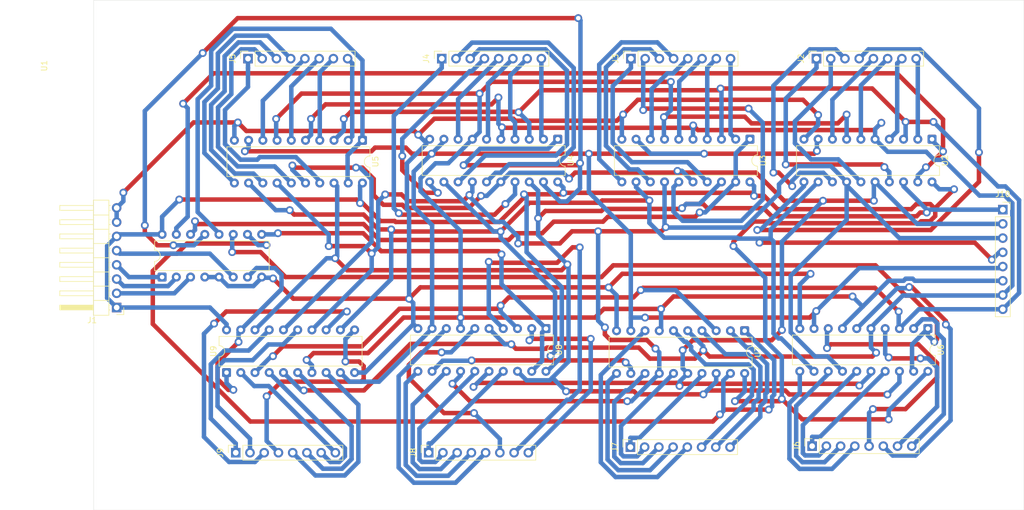
<source format=kicad_pcb>
(kicad_pcb (version 20241229) (generator "pcbnew") (generator_version "9.0")
  (layers (0 "F.Cu" signal) (2 "B.Cu" signal) (13 "F.Paste" user) (15 "B.Paste" user) (5 "F.SilkS" user "F.Silkscreen") (7 "B.SilkS" user "B.Silkscreen") (1 "F.Mask" user) (3 "B.Mask" user) (25 "Edge.Cuts" user))
  (net 0 "")
  (net 1 "Net-(J1-OPsel_{0})")
  (net 2 "Net-(J1-OPsel_{1})")
  (net 3 "Net-(U1-GND)")
  (net 4 "Net-(J1-PHI)")
  (net 5 "Net-(U1-VCC)")
  (net 6 "Net-(J1-OPsel_{2})")
  (net 7 "Net-(J2-D3)")
  (net 8 "Net-(J2-D7)")
  (net 9 "Net-(J2-D6)")
  (net 10 "Net-(J2-D0)")
  (net 11 "Net-(J2-D2)")
  (net 12 "Net-(J2-D5)")
  (net 13 "Net-(J2-D1)")
  (net 14 "Net-(J2-D4)")
  (net 15 "Net-(J3-D2)")
  (net 16 "Net-(J3-D7)")
  (net 17 "Net-(J3-D0)")
  (net 18 "Net-(J3-D5)")
  (net 19 "Net-(J3-D4)")
  (net 20 "Net-(J3-D1)")
  (net 21 "Net-(J3-D6)")
  (net 22 "Net-(J3-D3)")
  (net 23 "Net-(J4-D4)")
  (net 24 "Net-(J4-D0)")
  (net 25 "Net-(J4-D7)")
  (net 26 "Net-(J4-D5)")
  (net 27 "Net-(J4-D6)")
  (net 28 "Net-(J4-D2)")
  (net 29 "Net-(J4-D1)")
  (net 30 "Net-(J4-D3)")
  (net 31 "Net-(J5-D7)")
  (net 32 "Net-(J5-D3)")
  (net 33 "Net-(J5-D1)")
  (net 34 "Net-(J5-D5)")
  (net 35 "Net-(J5-D4)")
  (net 36 "Net-(J5-D2)")
  (net 37 "Net-(J5-D0)")
  (net 38 "Net-(J5-D6)")
  (net 39 "Net-(J6-D2)")
  (net 40 "Net-(J6-D6)")
  (net 41 "Net-(J6-D7)")
  (net 42 "Net-(J6-D3)")
  (net 43 "Net-(J6-D5)")
  (net 44 "Net-(J6-D4)")
  (net 45 "Net-(J6-D1)")
  (net 46 "Net-(J6-D0)")
  (net 47 "Net-(J7-D6)")
  (net 48 "Net-(J7-D5)")
  (net 49 "Net-(J7-D2)")
  (net 50 "Net-(J7-D1)")
  (net 51 "Net-(J7-D0)")
  (net 52 "Net-(J7-D7)")
  (net 53 "Net-(J7-D4)")
  (net 54 "Net-(J7-D3)")
  (net 55 "Net-(J8-D0)")
  (net 56 "Net-(J8-D3)")
  (net 57 "Net-(J8-D5)")
  (net 58 "Net-(J8-D7)")
  (net 59 "Net-(J8-D4)")
  (net 60 "Net-(J8-D1)")
  (net 61 "Net-(J8-D6)")
  (net 62 "Net-(J8-D2)")
  (net 63 "Net-(J9-D1)")
  (net 64 "Net-(J9-D2)")
  (net 65 "Net-(J9-D6)")
  (net 66 "Net-(J9-D4)")
  (net 67 "Net-(J9-D3)")
  (net 68 "Net-(J9-D5)")
  (net 69 "Net-(J9-D7)")
  (net 70 "Net-(J9-D0)")
  (net 71 "/OP_{out}2")
  (net 72 "/OP_{out}6")
  (net 73 "/OP_{out}4")
  (net 74 "/OP_{out}7")
  (net 75 "/OP_{out}3")
  (net 76 "/OP_{out}1")
  (net 77 "/OP_{out}0")
  (net 78 "/OP_{out}5")
  (net 79 "/EN.A")
  (net 80 "/EN.D")
  (net 81 "/EN.G")
  (net 82 "/EN.C")
  (net 83 "/EN.E")
  (net 84 "/EN.B")
  (net 85 "/EN.H")
  (net 86 "/EN.F")
  (footprint "Connector_PinSocket_2.54mm:PinSocket_1x08_P2.54mm_Vertical" (layer "F.Cu") (at 170.9 30.82 90)
    (property "Reference" "J2")
    (property "Value" "A_{in}")
  )
  (footprint "Connector_PinSocket_2.54mm:PinSocket_1x08_P2.54mm_Vertical" (layer "F.Cu") (at 101.69 101.15 90)
    (property "Reference" "J8")
    (property "Value" "G_{in}")
  )
  (footprint "Package_DIP:DIP-20_W7.62mm" (layer "F.Cu") (at 159.0218 45.2 -90)
    (property "Reference" "U3")
    (property "Value" "74HC244")
  )
  (footprint "Connector_PinHeader_2.54mm:PinHeader_1x08_P2.54mm_Horizontal" (layer "F.Cu") (at 46 75.24 180)
    (property "Reference" "J1")
    (property "Value" "LNCPU ALU Operand Selector socket, male")
  )
  (footprint "Package_DIP:DIP-20_W7.62mm" (layer "F.Cu") (at 191.52 45.2 -90)
    (property "Reference" "U2")
    (property "Value" "74LS244")
  )
  (footprint "Connector_PinSocket_2.54mm:PinSocket_1x08_P2.54mm_Vertical" (layer "F.Cu") (at 69.44 30.82 90)
    (property "Reference" "J5")
    (property "Value" "D_{in}")
  )
  (footprint "Package_DIP:DIP-20_W7.62mm" (layer "F.Cu") (at 122.62 79 -90)
    (property "Reference" "U8")
    (property "Value" "74HC244")
  )
  (footprint "Package_DIP:DIP-20_W7.62mm" (layer "F.Cu") (at 124.72 45.2 -90)
    (property "Reference" "U4")
    (property "Value" "74HC244")
  )
  (footprint "Connector_PinSocket_2.54mm:PinSocket_1x08_P2.54mm_Vertical" (layer "F.Cu") (at 137.7818 30.82 90)
    (property "Reference" "J3")
    (property "Value" "B_{in}")
  )
  (footprint "Connector_PinSocket_2.54mm:PinSocket_1x08_P2.54mm_Vertical" (layer "F.Cu") (at 67.255 101.15 90)
    (property "Reference" "J9")
    (property "Value" "H_{in}")
  )
  (footprint "Package_DIP:DIP-16_W7.62mm" (layer "F.Cu") (at 54.11 69.805 90)
    (property "Reference" "U1")
    (property "Value" "74HC138")
  )
  (footprint "Package_DIP:DIP-20_W7.62mm" (layer "F.Cu") (at 89.87 45.395 -90)
    (property "Reference" "U5")
    (property "Value" "74HC244")
  )
  (footprint "Connector_PinSocket_2.54mm:PinSocket_1x08_P2.54mm_Vertical" (layer "F.Cu") (at 204.15 57.77)
    (property "Reference" "J10")
    (property "Value" "OP_{out}")
  )
  (footprint "Connector_PinSocket_2.54mm:PinSocket_1x08_P2.54mm_Vertical" (layer "F.Cu") (at 170.125 99.975 90)
    (property "Reference" "J6")
    (property "Value" "E_{in}")
  )
  (footprint "Package_DIP:DIP-20_W7.62mm" (layer "F.Cu") (at 190.78 79 -90)
    (property "Reference" "U6")
    (property "Value" "74HC244")
  )
  (footprint "Package_DIP:DIP-20_W7.62mm" (layer "F.Cu") (at 158.08 79.38 -90)
    (property "Reference" "U7")
    (property "Value" "74HC244")
  )
  (footprint "Package_DIP:DIP-20_W7.62mm" (layer "F.Cu") (at 65.61 86.85 90)
    (property "Reference" "U9")
    (property "Value" "74HC244")
  )
  (footprint "Connector_PinSocket_2.54mm:PinSocket_1x08_P2.54mm_Vertical" (layer "F.Cu") (at 137.69 100.15 90)
    (property "Reference" "J7")
    (property "Value" "F_{in}")
  )
  (footprint "Connector_PinSocket_2.54mm:PinSocket_1x08_P2.54mm_Vertical" (layer "F.Cu") (at 104.02 30.82 90)
    (property "Reference" "J4")
    (property "Value" "C_{in}")
  )
  (gr_rect (start 41.92 20.38) (end 207.92 111.38) (stroke (width 0.05)) (fill no) (layer "Edge.Cuts"))
  (segment (start 46 72.7) (end 56.295 72.7) (width 0.8) (layer "B.Cu") (net 1))
  (segment (start 56.295 72.7) (end 59.19 69.805) (width 0.8) (layer "B.Cu") (net 1))
  (segment (start 47.2534 71.4134) (end 55.1722 71.4134) (width 0.8) (layer "B.Cu") (net 2))
  (segment (start 56.65 69.9356) (end 56.65 69.805) (width 0.8) (layer "B.Cu") (net 2))
  (segment (start 55.1722 71.4134) (end 56.65 69.9356) (width 0.8) (layer "B.Cu") (net 2))
  (segment (start 46 70.16) (end 47.2534 71.4134) (width 0.8) (layer "B.Cu") (net 2))
  (segment (start 47.1965 54.7306) (end 59.7183 42.2088) (width 0.8) (layer "F.Cu") (net 3))
  (segment (start 69.1488 43.7271) (end 99.1417 43.7271) (width 0.8) (layer "F.Cu") (net 3))
  (segment (start 102.6903 41.5439) (end 99.8244 44.4098) (width 0.8) (layer "F.Cu") (net 3))
  (segment (start 139.0125 38.1651) (end 168.4884 38.1651) (width 0.8) (layer "F.Cu") (net 3))
  (segment (start 77.5263 73.6547) (end 98.1878 73.6547) (width 0.8) (layer "F.Cu") (net 3))
  (segment (start 168.4884 38.1651) (end 171.1909 40.8676) (width 0.8) (layer "F.Cu") (net 3))
  (segment (start 100.2004 71.6421) (end 133.8118 71.6421) (width 0.8) (layer "F.Cu") (net 3))
  (segment (start 136.389 40.7886) (end 135.2765 41.9011) (width 0.8) (layer "F.Cu") (net 3))
  (segment (start 116.7862 41.5439) (end 102.6903 41.5439) (width 0.8) (layer "F.Cu") (net 3))
  (segment (start 67.6305 42.2088) (end 69.1488 43.7271) (width 0.8) (layer "F.Cu") (net 3))
  (segment (start 98.1878 73.6547) (end 100.2004 71.6421) (width 0.8) (layer "F.Cu") (net 3))
  (segment (start 136.389 40.7886) (end 139.0125 38.1651) (width 0.8) (layer "F.Cu") (net 3))
  (segment (start 59.7183 42.2088) (end 67.6305 42.2088) (width 0.8) (layer "F.Cu") (net 3))
  (segment (start 99.1417 43.7271) (end 99.8244 44.4098) (width 0.8) (layer "F.Cu") (net 3))
  (segment (start 133.8118 71.6421) (end 136.2331 69.2208) (width 0.8) (layer "F.Cu") (net 3))
  (segment (start 117.1434 41.9011) (end 116.7862 41.5439) (width 0.8) (layer "F.Cu") (net 3))
  (segment (start 73.9155 70.0439) (end 77.5263 73.6547) (width 0.8) (layer "F.Cu") (net 3))
  (segment (start 136.2331 69.2208) (end 169.8348 69.2208) (width 0.8) (layer "F.Cu") (net 3))
  (segment (start 135.2765 41.9011) (end 117.1434 41.9011) (width 0.8) (layer "F.Cu") (net 3))
  (segment (start 98.1878 73.6547) (end 98.1878 73.6841) (width 0.8) (layer "F.Cu") (net 3))
  (via (at 99.8244 44.4098) (size 1.4) (drill 0.8) (layers "F.Cu" "B.Cu") (net 3))
  (via (at 169.8348 69.2208) (size 1.4) (drill 0.8) (layers "F.Cu" "B.Cu") (net 3))
  (via (at 133.8118 71.6421) (size 1.4) (drill 0.8) (layers "F.Cu" "B.Cu") (net 3))
  (via (at 73.9155 70.0439) (size 1.4) (drill 0.8) (layers "F.Cu" "B.Cu") (net 3))
  (via (at 136.389 40.7886) (size 1.4) (drill 0.8) (layers "F.Cu" "B.Cu") (net 3))
  (via (at 171.1909 40.8676) (size 1.4) (drill 0.8) (layers "F.Cu" "B.Cu") (net 3))
  (via (at 98.1878 73.6841) (size 1.4) (drill 0.8) (layers "F.Cu" "B.Cu") (net 3))
  (via (at 67.6305 42.2088) (size 1.4) (drill 0.8) (layers "F.Cu" "B.Cu") (net 3))
  (via (at 47.1965 54.7306) (size 1.4) (drill 0.8) (layers "F.Cu" "B.Cu") (net 3))
  (segment (start 71.89 69.923) (end 70.4008 71.4122) (width 0.8) (layer "B.Cu") (net 3))
  (segment (start 97.8032 49.4927) (end 101.2373 46.0586) (width 0.8) (layer "B.Cu") (net 3))
  (segment (start 90.3225 86.85) (end 98.9343 78.2382) (width 0.8) (layer "B.Cu") (net 3))
  (segment (start 135.22 73.0503) (end 135.22 79.38) (width 0.8) (layer "B.Cu") (net 3))
  (segment (start 98.9982 78.2382) (end 99.76 79) (width 0.8) (layer "B.Cu") (net 3))
  (segment (start 97.8032 57.7322) (end 97.8032 49.4927) (width 0.8) (layer "B.Cu") (net 3))
  (segment (start 65.8772 71.4122) (end 64.27 69.805) (width 0.8) (layer "B.Cu") (net 3))
  (segment (start 98.1878 73.6841) (end 98.1878 58.1168) (width 0.8) (layer "B.Cu") (net 3))
  (segment (start 88.47 86.85) (end 90.3225 86.85) (width 0.8) (layer "B.Cu") (net 3))
  (segment (start 98.1878 58.1168) (end 97.8032 57.7322) (width 0.8) (layer "B.Cu") (net 3))
  (segment (start 101.86 45.2) (end 101.2373 45.8227) (width 0.8) (layer "B.Cu") (net 3))
  (segment (start 167.92 71.1356) (end 169.8348 69.2208) (width 0.8) (layer "B.Cu") (net 3))
  (segment (start 67.01 42.8293) (end 67.6305 42.2088) (width 0.8) (layer "B.Cu") (net 3))
  (segment (start 98.9343 78.2382) (end 98.9343 74.4306) (width 0.8) (layer "B.Cu") (net 3))
  (segment (start 71.89 69.923) (end 73.7946 69.923) (width 0.8) (layer "B.Cu") (net 3))
  (segment (start 167.92 79) (end 167.92 71.1356) (width 0.8) (layer "B.Cu") (net 3))
  (segment (start 47.1965 56.2635) (end 47.1965 54.7306) (width 0.8) (layer "B.Cu") (net 3))
  (segment (start 98.9343 78.2382) (end 98.9982 78.2382) (width 0.8) (layer "B.Cu") (net 3))
  (segment (start 70.4008 71.4122) (end 65.8772 71.4122) (width 0.8) (layer "B.Cu") (net 3))
  (segment (start 133.8118 71.6421) (end 135.22 73.0503) (width 0.8) (layer "B.Cu") (net 3))
  (segment (start 67.01 45.395) (end 67.01 42.8293) (width 0.8) (layer "B.Cu") (net 3))
  (segment (start 171.1909 42.6691) (end 171.1909 40.8676) (width 0.8) (layer "B.Cu") (net 3))
  (segment (start 101.2373 45.8227) (end 99.8244 44.4098) (width 0.8) (layer "B.Cu") (net 3))
  (segment (start 46 57.46) (end 46 60) (width 0.8) (layer "B.Cu") (net 3))
  (segment (start 168.66 45.2) (end 171.1909 42.6691) (width 0.8) (layer "B.Cu") (net 3))
  (segment (start 61.73 69.805) (end 64.27 69.805) (width 0.8) (layer "B.Cu") (net 3))
  (segment (start 71.89 69.805) (end 71.89 69.923) (width 0.8) (layer "B.Cu") (net 3))
  (segment (start 73.7946 69.923) (end 73.9155 70.0439) (width 0.8) (layer "B.Cu") (net 3))
  (segment (start 101.2373 46.0586) (end 101.2373 45.8227) (width 0.8) (layer "B.Cu") (net 3))
  (segment (start 136.1618 41.0158) (end 136.1618 45.2) (width 0.8) (layer "B.Cu") (net 3))
  (segment (start 98.9343 74.4306) (end 98.1878 73.6841) (width 0.8) (layer "B.Cu") (net 3))
  (segment (start 46 57.46) (end 47.1965 56.2635) (width 0.8) (layer "B.Cu") (net 3))
  (segment (start 136.389 40.7886) (end 136.1618 41.0158) (width 0.8) (layer "B.Cu") (net 3))
  (segment (start 62.6328 65.6278) (end 66.81 69.805) (width 0.8) (layer "B.Cu") (net 4))
  (segment (start 46.5478 65.6278) (end 62.6328 65.6278) (width 0.8) (layer "B.Cu") (net 4))
  (segment (start 46 65.08) (end 46.5478 65.6278) (width 0.8) (layer "B.Cu") (net 4))
  (segment (start 159.2101 54.7677) (end 125.7319 54.7677) (width 0.8) (layer "F.Cu") (net 5))
  (segment (start 89.8851 56.6102) (end 89.4487 56.6102) (width 0.8) (layer "F.Cu") (net 5))
  (segment (start 159.6865 59.8914) (end 162.1397 59.8914) (width 0.8) (layer "F.Cu") (net 5))
  (segment (start 93.0752 59.8003) (end 89.8851 56.6102) (width 0.8) (layer "F.Cu") (net 5))
  (segment (start 189.2237 60.1898) (end 189.5752 59.8383) (width 0.8) (layer "F.Cu") (net 5))
  (segment (start 159.755 55.3126) (end 159.2101 54.7677) (width 0.8) (layer "F.Cu") (net 5))
  (segment (start 156.3489 91.9548) (end 164.302 91.9548) (width 0.8) (layer "F.Cu") (net 5))
  (segment (start 163.9313 57.6838) (end 161.5601 55.3126) (width 0.8) (layer "F.Cu") (net 5))
  (segment (start 192.0048 57.5729) (end 191.2154 56.7836) (width 0.8) (layer "F.Cu") (net 5))
  (segment (start 164.711 91.5458) (end 168.3594 95.1942) (width 0.8) (layer "F.Cu") (net 5))
  (segment (start 192.0935 57.6617) (end 192.0048 57.5729) (width 0.8) (layer "F.Cu") (net 5))
  (segment (start 164.302 91.9548) (end 164.711 91.5458) (width 0.8) (layer "F.Cu") (net 5))
  (segment (start 156.0825 63.4954) (end 159.6865 59.8914) (width 0.8) (layer "F.Cu") (net 5))
  (segment (start 192.0935 58.902) (end 192.0935 57.6617) (width 0.8) (layer "F.Cu") (net 5))
  (segment (start 95.6235 59.8003) (end 93.0752 59.8003) (width 0.8) (layer "F.Cu") (net 5))
  (segment (start 125.7319 54.7677) (end 125.7304 54.7692) (width 0.8) (layer "F.Cu") (net 5))
  (segment (start 118.7033 55.0317) (end 125.4679 55.0317) (width 0.8) (layer "F.Cu") (net 5))
  (segment (start 118.7033 55.5868) (end 114.3198 59.9703) (width 0.8) (layer "F.Cu") (net 5))
  (segment (start 162.1397 59.8914) (end 162.4381 60.1898) (width 0.8) (layer "F.Cu") (net 5))
  (segment (start 88.803 55.9645) (end 89.4487 56.6102) (width 0.8) (layer "F.Cu") (net 5))
  (segment (start 161.5601 55.3126) (end 159.755 55.3126) (width 0.8) (layer "F.Cu") (net 5))
  (segment (start 95.7935 59.9703) (end 95.6235 59.8003) (width 0.8) (layer "F.Cu") (net 5))
  (segment (start 168.3594 95.1942) (end 183.7825 95.1942) (width 0.8) (layer "F.Cu") (net 5))
  (segment (start 57.1738 55.9645) (end 88.803 55.9645) (width 0.8) (layer "F.Cu") (net 5))
  (segment (start 192.0048 57.5729) (end 195.4482 54.1295) (width 0.8) (layer "F.Cu") (net 5))
  (segment (start 191.1572 59.8383) (end 192.0935 58.902) (width 0.8) (layer "F.Cu") (net 5))
  (segment (start 188.706 56.7836) (end 187.8058 57.6838) (width 0.8) (layer "F.Cu") (net 5))
  (segment (start 189.5752 59.8383) (end 191.1572 59.8383) (width 0.8) (layer "F.Cu") (net 5))
  (segment (start 162.4381 60.1898) (end 189.2237 60.1898) (width 0.8) (layer "F.Cu") (net 5))
  (segment (start 125.4679 55.0317) (end 125.7304 54.7692) (width 0.8) (layer "F.Cu") (net 5))
  (segment (start 156.0825 64.2755) (end 156.0825 63.4954) (width 0.8) (layer "F.Cu") (net 5))
  (segment (start 118.7033 55.0317) (end 118.7033 55.5868) (width 0.8) (layer "F.Cu") (net 5))
  (segment (start 191.2154 56.7836) (end 188.706 56.7836) (width 0.8) (layer "F.Cu") (net 5))
  (segment (start 114.3198 59.9703) (end 95.7935 59.9703) (width 0.8) (layer "F.Cu") (net 5))
  (segment (start 187.8058 57.6838) (end 163.9313 57.6838) (width 0.8) (layer "F.Cu") (net 5))
  (via (at 156.0825 64.2755) (size 1.4) (drill 0.8) (layers "F.Cu" "B.Cu") (net 5))
  (via (at 57.1738 55.9645) (size 1.4) (drill 0.8) (layers "F.Cu" "B.Cu") (net 5))
  (via (at 118.7033 55.0317) (size 1.4) (drill 0.8) (layers "F.Cu" "B.Cu") (net 5))
  (via (at 125.7304 54.7692) (size 1.4) (drill 0.8) (layers "F.Cu" "B.Cu") (net 5))
  (via (at 89.4487 56.6102) (size 1.4) (drill 0.8) (layers "F.Cu" "B.Cu") (net 5))
  (via (at 183.7825 95.1942) (size 1.4) (drill 0.8) (layers "F.Cu" "B.Cu") (net 5))
  (via (at 195.4482 54.1295) (size 1.4) (drill 0.8) (layers "F.Cu" "B.Cu") (net 5))
  (via (at 159.755 55.3126) (size 1.4) (drill 0.8) (layers "F.Cu" "B.Cu") (net 5))
  (via (at 156.3489 91.9548) (size 1.4) (drill 0.8) (layers "F.Cu" "B.Cu") (net 5))
  (via (at 164.711 91.5458) (size 1.4) (drill 0.8) (layers "F.Cu" "B.Cu") (net 5))
  (segment (start 158.08 90.2237) (end 156.3489 91.9548) (width 0.8) (layer "B.Cu") (net 5))
  (segment (start 164.711 91.5458) (end 164.711 84.0412) (width 0.8) (layer "B.Cu") (net 5))
  (segment (start 122.62 86.62) (end 122.8274 86.62) (width 0.8) (layer "B.Cu") (net 5))
  (segment (start 191.52 52.82) (end 192.8295 54.1295) (width 0.8) (layer "B.Cu") (net 5))
  (segment (start 158.08 87) (end 158.08 90.2237) (width 0.8) (layer "B.Cu") (net 5))
  (segment (start 65.61 79.23) (end 65.61 78.2039) (width 0.8) (layer "B.Cu") (net 5))
  (segment (start 122.8274 86.62) (end 125.4429 84.0045) (width 0.8) (layer "B.Cu") (net 5))
  (segment (start 44.2998 73.5398) (end 46 75.24) (width 0.8) (layer "B.Cu") (net 5))
  (segment (start 183.7825 93.6175) (end 183.7825 95.1942) (width 0.8) (layer "B.Cu") (net 5))
  (segment (start 164.711 84.0412) (end 161.753 81.0832) (width 0.8) (layer "B.Cu") (net 5))
  (segment (start 125.7304 54.7692) (end 125.7304 53.8304) (width 0.8) (layer "B.Cu") (net 5))
  (segment (start 62.6461 75.24) (end 46 75.24) (width 0.8) (layer "B.Cu") (net 5))
  (segment (start 159.755 53.5532) (end 159.0218 52.82) (width 0.8) (layer "B.Cu") (net 5))
  (segment (start 54.11 62.185) (end 54.11 59.0283) (width 0.8) (layer "B.Cu") (net 5))
  (segment (start 119.1633 55.4917) (end 118.7033 55.0317) (width 0.8) (layer "B.Cu") (net 5))
  (segment (start 54.11 62.185) (end 46.355 62.185) (width 0.8) (layer "B.Cu") (net 5))
  (segment (start 159.755 55.3126) (end 159.755 53.5532) (width 0.8) (layer "B.Cu") (net 5))
  (segment (start 46 62.54) (end 44.2998 64.2402) (width 0.8) (layer "B.Cu") (net 5))
  (segment (start 89.87 53.015) (end 89.4487 53.4363) (width 0.8) (layer "B.Cu") (net 5))
  (segment (start 161.753 81.0832) (end 161.753 69.946) (width 0.8) (layer "B.Cu") (net 5))
  (segment (start 44.2998 64.2402) (end 44.2998 73.5398) (width 0.8) (layer "B.Cu") (net 5))
  (segment (start 125.4429 71.6225) (end 119.1633 65.3429) (width 0.8) (layer "B.Cu") (net 5))
  (segment (start 54.11 59.0283) (end 57.1738 55.9645) (width 0.8) (layer "B.Cu") (net 5))
  (segment (start 119.1633 65.3429) (end 119.1633 55.4917) (width 0.8) (layer "B.Cu") (net 5))
  (segment (start 89.4487 53.4363) (end 89.4487 56.6102) (width 0.8) (layer "B.Cu") (net 5))
  (segment (start 46.355 62.185) (end 46 62.54) (width 0.8) (layer "B.Cu") (net 5))
  (segment (start 190.78 86.62) (end 183.7825 93.6175) (width 0.8) (layer "B.Cu") (net 5))
  (segment (start 161.753 69.946) (end 156.0825 64.2755) (width 0.8) (layer "B.Cu") (net 5))
  (segment (start 125.4429 84.0045) (end 125.4429 71.6225) (width 0.8) (layer "B.Cu") (net 5))
  (segment (start 125.7304 53.8304) (end 124.72 52.82) (width 0.8) (layer "B.Cu") (net 5))
  (segment (start 192.8295 54.1295) (end 195.4482 54.1295) (width 0.8) (layer "B.Cu") (net 5))
  (segment (start 65.61 78.2039) (end 62.6461 75.24) (width 0.8) (layer "B.Cu") (net 5))
  (segment (start 48.185 69.805) (end 46 67.62) (width 0.8) (layer "B.Cu") (net 6))
  (segment (start 54.11 69.805) (end 48.185 69.805) (width 0.8) (layer "B.Cu") (net 6))
  (segment (start 191.2929 61.4021) (end 199.8943 52.8007) (width 0.8) (layer "F.Cu") (net 7))
  (segment (start 199.8943 52.8007) (end 199.8943 47.5377) (width 0.8) (layer "F.Cu") (net 7))
  (segment (start 160.3285 61.4021) (end 191.2929 61.4021) (width 0.8) (layer "F.Cu") (net 7))
  (via (at 199.8943 47.5377) (size 1.4) (drill 0.8) (layers "F.Cu" "B.Cu") (net 7))
  (via (at 160.3285 61.4021) (size 1.4) (drill 0.8) (layers "F.Cu" "B.Cu") (net 7))
  (segment (start 160.3285 61.4021) (end 160.8663 61.4021) (width 0.8) (layer "B.Cu") (net 7))
  (segment (start 160.8663 61.4021) (end 168.66 53.6084) (width 0.8) (layer "B.Cu") (net 7))
  (segment (start 168.66 53.6084) (end 168.66 52.82) (width 0.8) (layer "B.Cu") (net 7))
  (segment (start 189.3659 29.1683) (end 199.8943 39.6967) (width 0.8) (layer "B.Cu") (net 7))
  (segment (start 180.1717 29.1683) (end 189.3659 29.1683) (width 0.8) (layer "B.Cu") (net 7))
  (segment (start 199.8943 39.6967) (end 199.8943 47.5377) (width 0.8) (layer "B.Cu") (net 7))
  (segment (start 178.52 30.82) (end 180.1717 29.1683) (width 0.8) (layer "B.Cu") (net 7))
  (segment (start 188.98 31.12) (end 188.98 45.2) (width 0.8) (layer "B.Cu") (net 8))
  (segment (start 188.68 30.82) (end 188.98 31.12) (width 0.8) (layer "B.Cu") (net 8))
  (segment (start 186.14 30.82) (end 185.3029 31.6571) (width 0.8) (layer "B.Cu") (net 9))
  (segment (start 185.3029 43.7971) (end 183.9 45.2) (width 0.8) (layer "B.Cu") (net 9))
  (segment (start 185.3029 31.6571) (end 185.3029 43.7971) (width 0.8) (layer "B.Cu") (net 9))
  (segment (start 165.4125 49.7102) (end 182.5456 49.7102) (width 0.8) (layer "F.Cu") (net 10))
  (segment (start 182.5456 49.7102) (end 183.0144 50.179) (width 0.8) (layer "F.Cu") (net 10))
  (via (at 183.0144 50.179) (size 1.4) (drill 0.8) (layers "F.Cu" "B.Cu") (net 10))
  (via (at 165.4125 49.7102) (size 1.4) (drill 0.8) (layers "F.Cu" "B.Cu") (net 10))
  (segment (start 170.9 32.4717) (end 165.4125 37.9592) (width 0.8) (layer "B.Cu") (net 10))
  (segment (start 165.4125 37.9592) (end 165.4125 49.7102) (width 0.8) (layer "B.Cu") (net 10))
  (segment (start 183.0144 50.179) (end 183.9 51.0646) (width 0.8) (layer "B.Cu") (net 10))
  (segment (start 183.9 51.0646) (end 183.9 52.82) (width 0.8) (layer "B.Cu") (net 10))
  (segment (start 170.9 30.82) (end 170.9 32.4717) (width 0.8) (layer "B.Cu") (net 10))
  (segment (start 164.141 51.155) (end 166.5653 53.5793) (width 0.8) (layer "F.Cu") (net 11))
  (segment (start 163.2107 51.155) (end 164.141 51.155) (width 0.8) (layer "F.Cu") (net 11))
  (via (at 163.2107 51.155) (size 1.4) (drill 0.8) (layers "F.Cu" "B.Cu") (net 11))
  (via (at 166.5653 53.5793) (size 1.4) (drill 0.8) (layers "F.Cu" "B.Cu") (net 11))
  (segment (start 167.9696 51.2013) (end 172.1213 51.2013) (width 0.8) (layer "B.Cu") (net 11))
  (segment (start 169.7074 29.1683) (end 163.2107 35.665) (width 0.8) (layer "B.Cu") (net 11))
  (segment (start 172.1213 51.2013) (end 173.74 52.82) (width 0.8) (layer "B.Cu") (net 11))
  (segment (start 163.2107 35.665) (end 163.2107 51.155) (width 0.8) (layer "B.Cu") (net 11))
  (segment (start 174.3283 29.1683) (end 169.7074 29.1683) (width 0.8) (layer "B.Cu") (net 11))
  (segment (start 175.98 30.82) (end 174.3283 29.1683) (width 0.8) (layer "B.Cu") (net 11))
  (segment (start 166.5653 53.5793) (end 166.5653 52.6056) (width 0.8) (layer "B.Cu") (net 11))
  (segment (start 166.5653 52.6056) (end 167.9696 51.2013) (width 0.8) (layer "B.Cu") (net 11))
  (segment (start 178.82 35.6) (end 178.82 45.2) (width 0.8) (layer "B.Cu") (net 12))
  (segment (start 183.6 30.82) (end 178.82 35.6) (width 0.8) (layer "B.Cu") (net 12))
  (segment (start 173.44 35.6332) (end 173.44 30.82) (width 0.8) (layer "B.Cu") (net 13))
  (segment (start 178.82 52.82) (end 174.7979 48.7979) (width 0.8) (layer "B.Cu") (net 13))
  (segment (start 169.93 48.7979) (end 167.0534 45.9213) (width 0.8) (layer "B.Cu") (net 13))
  (segment (start 167.0534 45.9213) (end 167.0534 42.0198) (width 0.8) (layer "B.Cu") (net 13))
  (segment (start 167.0534 42.0198) (end 173.44 35.6332) (width 0.8) (layer "B.Cu") (net 13))
  (segment (start 174.7979 48.7979) (end 169.93 48.7979) (width 0.8) (layer "B.Cu") (net 13))
  (segment (start 173.74 38.14) (end 181.06 30.82) (width 0.8) (layer "B.Cu") (net 14))
  (segment (start 173.74 45.2) (end 173.74 38.14) (width 0.8) (layer "B.Cu") (net 14))
  (segment (start 136.5503 29.1635) (end 141.2053 29.1635) (width 0.8) (layer "B.Cu") (net 15))
  (segment (start 137.5516 50.5945) (end 133.3251 46.368) (width 0.8) (layer "B.Cu") (net 15))
  (segment (start 139.0163 50.5945) (end 137.5516 50.5945) (width 0.8) (layer "B.Cu") (net 15))
  (segment (start 141.2053 29.1635) (end 142.8618 30.82) (width 0.8) (layer "B.Cu") (net 15))
  (segment (start 133.3251 32.3887) (end 136.5503 29.1635) (width 0.8) (layer "B.Cu") (net 15))
  (segment (start 141.2418 52.82) (end 139.0163 50.5945) (width 0.8) (layer "B.Cu") (net 15))
  (segment (start 133.3251 46.368) (end 133.3251 32.3887) (width 0.8) (layer "B.Cu") (net 15))
  (segment (start 155.5618 44.28) (end 156.4818 45.2) (width 0.8) (layer "B.Cu") (net 16))
  (segment (start 155.5618 30.82) (end 155.5618 44.28) (width 0.8) (layer "B.Cu") (net 16))
  (segment (start 147.8796 49.2978) (end 151.4018 52.82) (width 0.8) (layer "B.Cu") (net 17))
  (segment (start 137.964 49.2978) (end 147.8796 49.2978) (width 0.8) (layer "B.Cu") (net 17))
  (segment (start 137.7818 32.4717) (end 134.5286 35.7249) (width 0.8) (layer "B.Cu") (net 17))
  (segment (start 137.7818 30.82) (end 137.7818 32.4717) (width 0.8) (layer "B.Cu") (net 17))
  (segment (start 134.5286 35.7249) (end 134.5286 45.8624) (width 0.8) (layer "B.Cu") (net 17))
  (segment (start 134.5286 45.8624) (end 137.964 49.2978) (width 0.8) (layer "B.Cu") (net 17))
  (segment (start 146.4022 45.1196) (end 146.4022 34.8996) (width 0.8) (layer "B.Cu") (net 18))
  (segment (start 146.3218 45.2) (end 146.4022 45.1196) (width 0.8) (layer "B.Cu") (net 18))
  (segment (start 146.4022 34.8996) (end 150.4818 30.82) (width 0.8) (layer "B.Cu") (net 18))
  (segment (start 141.2418 45.2) (end 141.4735 44.9683) (width 0.8) (layer "B.Cu") (net 19))
  (segment (start 145.3068 33.455) (end 147.9418 30.82) (width 0.8) (layer "B.Cu") (net 19))
  (segment (start 141.4735 36.26) (end 144.2785 33.455) (width 0.8) (layer "B.Cu") (net 19))
  (segment (start 141.4735 44.9683) (end 141.4735 36.26) (width 0.8) (layer "B.Cu") (net 19))
  (segment (start 144.2785 33.455) (end 145.3068 33.455) (width 0.8) (layer "B.Cu") (net 19))
  (segment (start 140.2388 39.738) (end 139.9718 40.005) (width 0.8) (layer "F.Cu") (net 20))
  (segment (start 158.7872 39.738) (end 140.2388 39.738) (width 0.8) (layer "F.Cu") (net 20))
  (via (at 139.9718 40.005) (size 1.4) (drill 0.8) (layers "F.Cu" "B.Cu") (net 20))
  (via (at 158.7872 39.738) (size 1.4) (drill 0.8) (layers "F.Cu" "B.Cu") (net 20))
  (segment (start 145.3825 53.7593) (end 145.3825 58.1286) (width 0.8) (layer "B.Cu") (net 20))
  (segment (start 161.3168 42.2676) (end 158.7872 39.738) (width 0.8) (layer "B.Cu") (net 20))
  (segment (start 139.9718 40.005) (end 139.9718 31.17) (width 0.8) (layer "B.Cu") (net 20))
  (segment (start 161.3168 55.9405) (end 161.3168 42.2676) (width 0.8) (layer "B.Cu") (net 20))
  (segment (start 139.9718 31.17) (end 140.3218 30.82) (width 0.8) (layer "B.Cu") (net 20))
  (segment (start 157.4943 59.763) (end 161.3168 55.9405) (width 0.8) (layer "B.Cu") (net 20))
  (segment (start 147.0169 59.763) (end 157.4943 59.763) (width 0.8) (layer "B.Cu") (net 20))
  (segment (start 146.3218 52.82) (end 145.3825 53.7593) (width 0.8) (layer "B.Cu") (net 20))
  (segment (start 145.3825 58.1286) (end 147.0169 59.763) (width 0.8) (layer "B.Cu") (net 20))
  (segment (start 151.4018 32.44) (end 151.4018 45.2) (width 0.8) (layer "B.Cu") (net 21))
  (segment (start 153.0218 30.82) (end 151.4018 32.44) (width 0.8) (layer "B.Cu") (net 21))
  (segment (start 132.1206 31.8848) (end 136.0842 27.9212) (width 0.8) (layer "B.Cu") (net 22))
  (segment (start 136.1618 52.82) (end 132.1206 48.7788) (width 0.8) (layer "B.Cu") (net 22))
  (segment (start 142.503 27.9212) (end 145.4018 30.82) (width 0.8) (layer "B.Cu") (net 22))
  (segment (start 136.0842 27.9212) (end 142.503 27.9212) (width 0.8) (layer "B.Cu") (net 22))
  (segment (start 132.1206 48.7788) (end 132.1206 31.8848) (width 0.8) (layer "B.Cu") (net 22))
  (segment (start 106.94 38.06) (end 114.18 30.82) (width 0.8) (layer "B.Cu") (net 23))
  (segment (start 106.94 45.2) (end 106.94 38.06) (width 0.8) (layer "B.Cu") (net 23))
  (segment (start 115.3778 56.7536) (end 113.4657 58.6657) (width 0.8) (layer "F.Cu") (net 24))
  (segment (start 96.6129 58.6657) (end 96.3534 58.4062) (width 0.8) (layer "F.Cu") (net 24))
  (segment (start 113.4657 58.6657) (end 96.6129 58.6657) (width 0.8) (layer "F.Cu") (net 24))
  (via (at 96.3534 58.4062) (size 1.4) (drill 0.8) (layers "F.Cu" "B.Cu") (net 24))
  (via (at 115.3778 56.7536) (size 1.4) (drill 0.8) (layers "F.Cu" "B.Cu") (net 24))
  (segment (start 117.1 52.82) (end 117.1 55.0314) (width 0.8) (layer "B.Cu") (net 24))
  (segment (start 95.4637 41.028) (end 95.4637 57.5165) (width 0.8) (layer "B.Cu") (net 24))
  (segment (start 117.1 55.0314) (end 115.3778 56.7536) (width 0.8) (layer "B.Cu") (net 24))
  (segment (start 95.4637 57.5165) (end 96.3534 58.4062) (width 0.8) (layer "B.Cu") (net 24))
  (segment (start 104.02 30.82) (end 104.02 32.4717) (width 0.8) (layer "B.Cu") (net 24))
  (segment (start 104.02 32.4717) (end 95.4637 41.028) (width 0.8) (layer "B.Cu") (net 24))
  (segment (start 121.8 44.82) (end 121.8 30.82) (width 0.8) (layer "B.Cu") (net 25))
  (segment (start 122.18 45.2) (end 121.8 44.82) (width 0.8) (layer "B.Cu") (net 25))
  (segment (start 112.2735 35.2665) (end 116.72 30.82) (width 0.8) (layer "B.Cu") (net 26))
  (segment (start 112.2735 44.9465) (end 112.2735 35.2665) (width 0.8) (layer "B.Cu") (net 26))
  (segment (start 112.02 45.2) (end 112.2735 44.9465) (width 0.8) (layer "B.Cu") (net 26))
  (segment (start 119.26 30.82) (end 116.2458 33.8342) (width 0.8) (layer "B.Cu") (net 27))
  (segment (start 116.2458 41.3417) (end 117.1 42.1959) (width 0.8) (layer "B.Cu") (net 27))
  (segment (start 116.2458 33.8342) (end 116.2458 41.3417) (width 0.8) (layer "B.Cu") (net 27))
  (segment (start 117.1 42.1959) (end 117.1 45.2) (width 0.8) (layer "B.Cu") (net 27))
  (segment (start 124.4041 48.1083) (end 126.3721 46.1403) (width 0.8) (layer "B.Cu") (net 28))
  (segment (start 126.3721 32.9839) (end 122.5517 29.1635) (width 0.8) (layer "B.Cu") (net 28))
  (segment (start 106.94 52.82) (end 107.0552 52.82) (width 0.8) (layer "B.Cu") (net 28))
  (segment (start 126.3721 46.1403) (end 126.3721 32.9839) (width 0.8) (layer "B.Cu") (net 28))
  (segment (start 107.0552 52.82) (end 111.7669 48.1083) (width 0.8) (layer "B.Cu") (net 28))
  (segment (start 111.7669 48.1083) (end 124.4041 48.1083) (width 0.8) (layer "B.Cu") (net 28))
  (segment (start 122.5517 29.1635) (end 110.7565 29.1635) (width 0.8) (layer "B.Cu") (net 28))
  (segment (start 110.7565 29.1635) (end 109.1 30.82) (width 0.8) (layer "B.Cu") (net 28))
  (segment (start 116.0512 49.6561) (end 124.5577 49.6561) (width 0.8) (layer "B.Cu") (net 29))
  (segment (start 127.5738 32.4861) (end 123.0495 27.9618) (width 0.8) (layer "B.Cu") (net 29))
  (segment (start 124.5577 49.6561) (end 127.5738 46.64) (width 0.8) (layer "B.Cu") (net 29))
  (segment (start 127.5738 46.64) (end 127.5738 32.4861) (width 0.8) (layer "B.Cu") (net 29))
  (segment (start 112.02 52.82) (end 113.6525 51.1875) (width 0.8) (layer "B.Cu") (net 29))
  (segment (start 123.0495 27.9618) (end 109.4182 27.9618) (width 0.8) (layer "B.Cu") (net 29))
  (segment (start 113.6525 51.1875) (end 114.5198 51.1875) (width 0.8) (layer "B.Cu") (net 29))
  (segment (start 114.5198 51.1875) (end 116.0512 49.6561) (width 0.8) (layer "B.Cu") (net 29))
  (segment (start 109.4182 27.9618) (end 106.56 30.82) (width 0.8) (layer "B.Cu") (net 29))
  (segment (start 103.3201 54.7605) (end 100.9984 54.7605) (width 0.8) (layer "F.Cu") (net 30))
  (segment (start 100.9984 54.7605) (end 96.9719 50.734) (width 0.8) (layer "F.Cu") (net 30))
  (segment (start 96.9719 50.734) (end 96.9719 48.2) (width 0.8) (layer "F.Cu") (net 30))
  (via (at 103.3201 54.7605) (size 1.4) (drill 0.8) (layers "F.Cu" "B.Cu") (net 30))
  (via (at 96.9719 48.2) (size 1.4) (drill 0.8) (layers "F.Cu" "B.Cu") (net 30))
  (segment (start 101.86 52.82) (end 101.86 53.3004) (width 0.8) (layer "B.Cu") (net 30))
  (segment (start 111.64 30.82) (end 109.4097 33.0503) (width 0.8) (layer "B.Cu") (net 30))
  (segment (start 109.4097 33.0503) (end 109.0442 33.0503) (width 0.8) (layer "B.Cu") (net 30))
  (segment (start 96.972 45.1225) (end 96.972 48.2) (width 0.8) (layer "B.Cu") (net 30))
  (segment (start 109.0442 33.0503) (end 96.972 45.1225) (width 0.8) (layer "B.Cu") (net 30))
  (segment (start 101.86 53.3004) (end 103.3201 54.7605) (width 0.8) (layer "B.Cu") (net 30))
  (segment (start 96.972 48.2) (end 96.9719 48.2) (width 0.8) (layer "B.Cu") (net 30))
  (segment (start 88.04 31.64) (end 88.04 44.685) (width 0.8) (layer "B.Cu") (net 31))
  (segment (start 87.22 30.82) (end 88.04 31.64) (width 0.8) (layer "B.Cu") (net 31))
  (segment (start 88.04 44.685) (end 87.33 45.395) (width 0.8) (layer "B.Cu") (net 31))
  (segment (start 64.0647 36.1468) (end 64.0647 29.8905) (width 0.8) (layer "B.Cu") (net 32))
  (segment (start 61.6612 38.5503) (end 64.0647 36.1468) (width 0.8) (layer "B.Cu") (net 32))
  (segment (start 72.9595 26.7195) (end 77.06 30.82) (width 0.8) (layer "B.Cu") (net 32))
  (segment (start 61.6612 47.6662) (end 61.6612 38.5503) (width 0.8) (layer "B.Cu") (net 32))
  (segment (start 64.0647 29.8905) (end 67.2357 26.7195) (width 0.8) (layer "B.Cu") (net 32))
  (segment (start 67.2357 26.7195) (end 72.9595 26.7195) (width 0.8) (layer "B.Cu") (net 32))
  (segment (start 67.01 53.015) (end 61.6612 47.6662) (width 0.8) (layer "B.Cu") (net 32))
  (segment (start 68.2085 29.1635) (end 70.6173 29.1635) (width 0.8) (layer "B.Cu") (net 33))
  (segment (start 66.4681 30.9039) (end 68.2085 29.1635) (width 0.8) (layer "B.Cu") (net 33))
  (segment (start 77.17 53.015) (end 74.2109 50.0559) (width 0.8) (layer "B.Cu") (net 33))
  (segment (start 66.4681 37.1424) (end 66.4681 30.9039) (width 0.8) (layer "B.Cu") (net 33))
  (segment (start 67.585 50.0559) (end 64.0959 46.5668) (width 0.8) (layer "B.Cu") (net 33))
  (segment (start 64.0959 46.5668) (end 64.0959 39.5146) (width 0.8) (layer "B.Cu") (net 33))
  (segment (start 70.6173 29.1635) (end 71.98 30.5262) (width 0.8) (layer "B.Cu") (net 33))
  (segment (start 64.0959 39.5146) (end 66.4681 37.1424) (width 0.8) (layer "B.Cu") (net 33))
  (segment (start 71.98 30.5262) (end 71.98 30.82) (width 0.8) (layer "B.Cu") (net 33))
  (segment (start 74.2109 50.0559) (end 67.585 50.0559) (width 0.8) (layer "B.Cu") (net 33))
  (segment (start 77.17 35.79) (end 77.17 45.395) (width 0.8) (layer "B.Cu") (net 34))
  (segment (start 82.14 30.82) (end 77.17 35.79) (width 0.8) (layer "B.Cu") (net 34))
  (segment (start 72.09 45.395) (end 72.09 38.33) (width 0.8) (layer "B.Cu") (net 35))
  (segment (start 72.09 38.33) (end 79.6 30.82) (width 0.8) (layer "B.Cu") (net 35))
  (segment (start 65.2664 30.3883) (end 67.7335 27.9212) (width 0.8) (layer "B.Cu") (net 36))
  (segment (start 65.2664 36.6446) (end 65.2664 30.3883) (width 0.8) (layer "B.Cu") (net 36))
  (segment (start 71.6212 27.9212) (end 74.52 30.82) (width 0.8) (layer "B.Cu") (net 36))
  (segment (start 62.8629 39.0481) (end 65.2664 36.6446) (width 0.8) (layer "B.Cu") (net 36))
  (segment (start 67.0964 51.3354) (end 62.8629 47.1019) (width 0.8) (layer "B.Cu") (net 36))
  (segment (start 70.4104 51.3354) (end 67.0964 51.3354) (width 0.8) (layer "B.Cu") (net 36))
  (segment (start 67.7335 27.9212) (end 71.6212 27.9212) (width 0.8) (layer "B.Cu") (net 36))
  (segment (start 72.09 53.015) (end 70.4104 51.3354) (width 0.8) (layer "B.Cu") (net 36))
  (segment (start 62.8629 47.1019) (end 62.8629 39.0481) (width 0.8) (layer "B.Cu") (net 36))
  (segment (start 65.3409 46.0798) (end 65.3409 39.9691) (width 0.8) (layer "B.Cu") (net 37))
  (segment (start 71.5626 48.3861) (end 71.0945 48.8542) (width 0.8) (layer "B.Cu") (net 37))
  (segment (start 82.25 52.6543) (end 77.9818 48.3861) (width 0.8) (layer "B.Cu") (net 37))
  (segment (start 65.3409 39.9691) (end 69.44 35.87) (width 0.8) (layer "B.Cu") (net 37))
  (segment (start 71.0945 48.8542) (end 68.1153 48.8542) (width 0.8) (layer "B.Cu") (net 37))
  (segment (start 68.1153 48.8542) (end 65.3409 46.0798) (width 0.8) (layer "B.Cu") (net 37))
  (segment (start 69.44 35.87) (end 69.44 32.4717) (width 0.8) (layer "B.Cu") (net 37))
  (segment (start 69.44 30.82) (end 69.44 32.4717) (width 0.8) (layer "B.Cu") (net 37))
  (segment (start 82.25 53.015) (end 82.25 52.6543) (width 0.8) (layer "B.Cu") (net 37))
  (segment (start 77.9818 48.3861) (end 71.5626 48.3861) (width 0.8) (layer "B.Cu") (net 37))
  (segment (start 82.25 33.25) (end 84.68 30.82) (width 0.8) (layer "B.Cu") (net 38))
  (segment (start 82.25 45.395) (end 82.25 33.25) (width 0.8) (layer "B.Cu") (net 38))
  (segment (start 172.3438 102.8362) (end 168.3826 102.8362) (width 0.8) (layer "B.Cu") (net 39))
  (segment (start 167.2716 101.7252) (end 167.2716 92.8085) (width 0.8) (layer "B.Cu") (net 39))
  (segment (start 175.205 99.975) (end 172.3438 102.8362) (width 0.8) (layer "B.Cu") (net 39))
  (segment (start 167.2716 92.8085) (end 173 87.0801) (width 0.8) (layer "B.Cu") (net 39))
  (segment (start 173 87.0801) (end 173 86.62) (width 0.8) (layer "B.Cu") (net 39))
  (segment (start 168.3826 102.8362) (end 167.2716 101.7252) (width 0.8) (layer "B.Cu") (net 39))
  (segment (start 183.9553 84.3163) (end 189.4545 84.3163) (width 0.8) (layer "F.Cu") (net 40))
  (segment (start 183.7825 84.1435) (end 183.9553 84.3163) (width 0.8) (layer "F.Cu") (net 40))
  (via (at 189.4545 84.3163) (size 1.4) (drill 0.8) (layers "F.Cu" "B.Cu") (net 40))
  (via (at 183.7825 84.1435) (size 1.4) (drill 0.8) (layers "F.Cu" "B.Cu") (net 40))
  (segment (start 183.16 79) (end 183.16 83.521) (width 0.8) (layer "B.Cu") (net 40))
  (segment (start 192.4216 92.9184) (end 185.365 99.975) (width 0.8) (layer "B.Cu") (net 40))
  (segment (start 190.7875 84.3163) (end 192.4216 85.9504) (width 0.8) (layer "B.Cu") (net 40))
  (segment (start 189.4545 84.3163) (end 190.7875 84.3163) (width 0.8) (layer "B.Cu") (net 40))
  (segment (start 192.4216 85.9504) (end 192.4216 92.9184) (width 0.8) (layer "B.Cu") (net 40))
  (segment (start 183.16 83.521) (end 183.7825 84.1435) (width 0.8) (layer "B.Cu") (net 40))
  (segment (start 189.7959 77.3443) (end 191.7361 77.3443) (width 0.8) (layer "B.Cu") (net 41))
  (segment (start 192.4879 79.7955) (end 193.6233 80.9309) (width 0.8) (layer "B.Cu") (net 41))
  (segment (start 193.6233 80.9309) (end 193.6233 94.2567) (width 0.8) (layer "B.Cu") (net 41))
  (segment (start 188.24 79) (end 188.24 78.9002) (width 0.8) (layer "B.Cu") (net 41))
  (segment (start 192.4879 78.0961) (end 192.4879 79.7955) (width 0.8) (layer "B.Cu") (net 41))
  (segment (start 188.24 78.9002) (end 189.7959 77.3443) (width 0.8) (layer "B.Cu") (net 41))
  (segment (start 193.6233 94.2567) (end 187.905 99.975) (width 0.8) (layer "B.Cu") (net 41))
  (segment (start 191.7361 77.3443) (end 192.4879 78.0961) (width 0.8) (layer "B.Cu") (net 41))
  (segment (start 166.0699 92.3107) (end 167.92 90.4606) (width 0.8) (layer "B.Cu") (net 42))
  (segment (start 173.6821 104.0379) (end 167.8848 104.0379) (width 0.8) (layer "B.Cu") (net 42))
  (segment (start 166.0699 102.223) (end 166.0699 92.3107) (width 0.8) (layer "B.Cu") (net 42))
  (segment (start 167.92 90.4606) (end 167.92 86.62) (width 0.8) (layer "B.Cu") (net 42))
  (segment (start 167.8848 104.0379) (end 166.0699 102.223) (width 0.8) (layer "B.Cu") (net 42))
  (segment (start 177.745 99.975) (end 173.6821 104.0379) (width 0.8) (layer "B.Cu") (net 42))
  (segment (start 187.9352 71.5932) (end 193.9897 77.6477) (width 0.8) (layer "F.Cu") (net 43))
  (segment (start 187.4393 71.5932) (end 187.9352 71.5932) (width 0.8) (layer "F.Cu") (net 43))
  (segment (start 193.9897 77.6477) (end 193.9897 78.2668) (width 0.8) (layer "F.Cu") (net 43))
  (via (at 193.9897 78.2668) (size 1.4) (drill 0.8) (layers "F.Cu" "B.Cu") (net 43))
  (via (at 187.4393 71.5932) (size 1.4) (drill 0.8) (layers "F.Cu" "B.Cu") (net 43))
  (segment (start 184.5033 101.6533) (end 182.825 99.975) (width 0.8) (layer "B.Cu") (net 43))
  (segment (start 193.9897 78.2668) (end 194.8269 79.104) (width 0.8) (layer "B.Cu") (net 43))
  (segment (start 178.08 79) (end 185.2924 71.7876) (width 0.8) (layer "B.Cu") (net 43))
  (segment (start 194.8269 95.389) (end 188.5626 101.6533) (width 0.8) (layer "B.Cu") (net 43))
  (segment (start 194.8269 79.104) (end 194.8269 95.389) (width 0.8) (layer "B.Cu") (net 43))
  (segment (start 188.5626 101.6533) (end 184.5033 101.6533) (width 0.8) (layer "B.Cu") (net 43))
  (segment (start 185.2924 71.7876) (end 187.2449 71.7876) (width 0.8) (layer "B.Cu") (net 43))
  (segment (start 187.2449 71.7876) (end 187.4393 71.5932) (width 0.8) (layer "B.Cu") (net 43))
  (segment (start 192.4077 85.1457) (end 192.4077 87.733) (width 0.8) (layer "F.Cu") (net 44))
  (segment (start 172.7821 82.4753) (end 173.4552 81.8022) (width 0.8) (layer "F.Cu") (net 44))
  (segment (start 186.7751 93.3656) (end 180.9663 93.3656) (width 0.8) (layer "F.Cu") (net 44))
  (segment (start 192.4077 87.733) (end 186.7751 93.3656) (width 0.8) (layer "F.Cu") (net 44))
  (segment (start 189.0642 81.8022) (end 192.4077 85.1457) (width 0.8) (layer "F.Cu") (net 44))
  (segment (start 173.4552 81.8022) (end 189.0642 81.8022) (width 0.8) (layer "F.Cu") (net 44))
  (via (at 180.9663 93.3656) (size 1.4) (drill 0.8) (layers "F.Cu" "B.Cu") (net 44))
  (via (at 172.7821 82.4753) (size 1.4) (drill 0.8) (layers "F.Cu" "B.Cu") (net 44))
  (segment (start 180.285 94.0469) (end 180.285 99.975) (width 0.8) (layer "B.Cu") (net 44))
  (segment (start 180.9663 93.3656) (end 180.285 94.0469) (width 0.8) (layer "B.Cu") (net 44))
  (segment (start 172.7821 79.2179) (end 172.7821 82.4753) (width 0.8) (layer "B.Cu") (net 44))
  (segment (start 173 79) (end 172.7821 79.2179) (width 0.8) (layer "B.Cu") (net 44))
  (segment (start 172.665 100.2863) (end 171.3168 101.6345) (width 0.8) (layer "B.Cu") (net 45))
  (segment (start 172.665 99.975) (end 172.665 100.2863) (width 0.8) (layer "B.Cu") (net 45))
  (segment (start 168.4733 101.2274) (end 168.4733 96.2267) (width 0.8) (layer "B.Cu") (net 45))
  (segment (start 171.3168 101.6345) (end 168.8804 101.6345) (width 0.8) (layer "B.Cu") (net 45))
  (segment (start 168.8804 101.6345) (end 168.4733 101.2274) (width 0.8) (layer "B.Cu") (net 45))
  (segment (start 168.4733 96.2267) (end 178.08 86.62) (width 0.8) (layer "B.Cu") (net 45))
  (segment (start 171.527 98.3233) (end 183.16 86.6903) (width 0.8) (layer "B.Cu") (net 46))
  (segment (start 170.125 98.3233) (end 171.527 98.3233) (width 0.8) (layer "B.Cu") (net 46))
  (segment (start 183.16 86.6903) (end 183.16 86.62) (width 0.8) (layer "B.Cu") (net 46))
  (segment (start 170.125 99.975) (end 170.125 98.3233) (width 0.8) (layer "B.Cu") (net 46))
  (segment (start 160.5704 90.1637) (end 160.5704 91.441) (width 0.8) (layer "B.Cu") (net 47))
  (segment (start 158.6162 83.5672) (end 160.8834 85.8344) (width 0.8) (layer "B.Cu") (net 47))
  (segment (start 160.8834 85.8344) (end 160.8834 89.8507) (width 0.8) (layer "B.Cu") (net 47))
  (segment (start 154.6472 83.5672) (end 158.6162 83.5672) (width 0.8) (layer "B.Cu") (net 47))
  (segment (start 150.46 79.38) (end 154.6472 83.5672) (width 0.8) (layer "B.Cu") (net 47))
  (segment (start 159.6696 93.4104) (end 152.93 100.15) (width 0.8) (layer "B.Cu") (net 47))
  (segment (start 160.5704 91.441) (end 159.6696 92.3418) (width 0.8) (layer "B.Cu") (net 47))
  (segment (start 159.6696 92.3418) (end 159.6696 93.4104) (width 0.8) (layer "B.Cu") (net 47))
  (segment (start 160.8834 89.8507) (end 160.5704 90.1637) (width 0.8) (layer "B.Cu") (net 47))
  (segment (start 147.6425 81.3571) (end 147.3571 81.3571) (width 0.8) (layer "B.Cu") (net 48))
  (segment (start 158.4679 91.844) (end 159.3687 90.9432) (width 0.8) (layer "B.Cu") (net 48))
  (segment (start 148.5221 82.2367) (end 147.6425 81.3571) (width 0.8) (layer "B.Cu") (net 48))
  (segment (start 147.3571 81.3571) (end 145.38 79.38) (width 0.8) (layer "B.Cu") (net 48))
  (segment (start 159.6817 89.3529) (end 159.6817 86.3322) (width 0.8) (layer "B.Cu") (net 48))
  (segment (start 150.39 100.15) (end 158.4679 92.0721) (width 0.8) (layer "B.Cu") (net 48))
  (segment (start 151.0915 85.3983) (end 148.5221 82.8289) (width 0.8) (layer "B.Cu") (net 48))
  (segment (start 159.3687 90.9432) (end 159.3687 89.6659) (width 0.8) (layer "B.Cu") (net 48))
  (segment (start 159.3687 89.6659) (end 159.6817 89.3529) (width 0.8) (layer "B.Cu") (net 48))
  (segment (start 158.7478 85.3983) (end 151.0915 85.3983) (width 0.8) (layer "B.Cu") (net 48))
  (segment (start 148.5221 82.8289) (end 148.5221 82.2367) (width 0.8) (layer "B.Cu") (net 48))
  (segment (start 159.6817 86.3322) (end 158.7478 85.3983) (width 0.8) (layer "B.Cu") (net 48))
  (segment (start 158.4679 92.0721) (end 158.4679 91.844) (width 0.8) (layer "B.Cu") (net 48))
  (segment (start 136.8552 90.0325) (end 134.8139 92.0738) (width 0.8) (layer "B.Cu") (net 49))
  (segment (start 135.9593 103.0034) (end 139.9166 103.0034) (width 0.8) (layer "B.Cu") (net 49))
  (segment (start 134.8139 101.858) (end 135.9593 103.0034) (width 0.8) (layer "B.Cu") (net 49))
  (segment (start 139.9166 103.0034) (end 142.77 100.15) (width 0.8) (layer "B.Cu") (net 49))
  (segment (start 137.2675 90.0325) (end 136.8552 90.0325) (width 0.8) (layer "B.Cu") (net 49))
  (segment (start 140.3 87) (end 137.2675 90.0325) (width 0.8) (layer "B.Cu") (net 49))
  (segment (start 134.8139 92.0738) (end 134.8139 101.858) (width 0.8) (layer "B.Cu") (net 49))
  (segment (start 136.0156 101.3602) (end 136.0156 96.3644) (width 0.8) (layer "B.Cu") (net 50))
  (segment (start 136.4571 101.8017) (end 136.0156 101.3602) (width 0.8) (layer "B.Cu") (net 50))
  (segment (start 139.7201 100.6598) (end 139.7201 100.9537) (width 0.8) (layer "B.Cu") (net 50))
  (segment (start 136.0156 96.3644) (end 145.38 87) (width 0.8) (layer "B.Cu") (net 50))
  (segment (start 140.23 100.15) (end 139.7202 100.6598) (width 0.8) (layer "B.Cu") (net 50))
  (segment (start 139.7202 100.6598) (end 139.7201 100.6598) (width 0.8) (layer "B.Cu") (net 50))
  (segment (start 138.8721 101.8017) (end 136.4571 101.8017) (width 0.8) (layer "B.Cu") (net 50))
  (segment (start 139.7201 100.9537) (end 138.8721 101.8017) (width 0.8) (layer "B.Cu") (net 50))
  (segment (start 139.3149 98.4983) (end 150.46 87.3532) (width 0.8) (layer "B.Cu") (net 51))
  (segment (start 150.46 87.3532) (end 150.46 87) (width 0.8) (layer "B.Cu") (net 51))
  (segment (start 137.69 98.4983) (end 139.3149 98.4983) (width 0.8) (layer "B.Cu") (net 51))
  (segment (start 137.69 100.15) (end 137.69 98.4983) (width 0.8) (layer "B.Cu") (net 51))
  (segment (start 160.8713 94.7487) (end 155.47 100.15) (width 0.8) (layer "B.Cu") (net 52))
  (segment (start 160.8713 92.8396) (end 160.8713 94.7487) (width 0.8) (layer "B.Cu") (net 52))
  (segment (start 161.7721 90.6615) (end 161.7721 91.9388) (width 0.8) (layer "B.Cu") (net 52))
  (segment (start 162.0851 85.3366) (end 162.0851 90.3485) (width 0.8) (layer "B.Cu") (net 52))
  (segment (start 155.54 79.38) (end 155.54 79.5093) (width 0.8) (layer "B.Cu") (net 52))
  (segment (start 159.114 82.3655) (end 162.0851 85.3366) (width 0.8) (layer "B.Cu") (net 52))
  (segment (start 162.0851 90.3485) (end 161.7721 90.6615) (width 0.8) (layer "B.Cu") (net 52))
  (segment (start 155.54 79.5093) (end 158.3962 82.3655) (width 0.8) (layer "B.Cu") (net 52))
  (segment (start 158.3962 82.3655) (end 159.114 82.3655) (width 0.8) (layer "B.Cu") (net 52))
  (segment (start 161.7721 91.9388) (end 160.8713 92.8396) (width 0.8) (layer "B.Cu") (net 52))
  (segment (start 135.0353 105.4881) (end 142.5119 105.4881) (width 0.8) (layer "B.Cu") (net 53))
  (segment (start 132.407 102.8598) (end 135.0353 105.4881) (width 0.8) (layer "B.Cu") (net 53))
  (segment (start 140.3 79.38) (end 132.407 87.273) (width 0.8) (layer "B.Cu") (net 53))
  (segment (start 132.407 87.273) (end 132.407 102.8598) (width 0.8) (layer "B.Cu") (net 53))
  (segment (start 142.5119 105.4881) (end 147.85 100.15) (width 0.8) (layer "B.Cu") (net 53))
  (segment (start 135.5198 104.2634) (end 141.1966 104.2634) (width 0.8) (layer "B.Cu") (net 54))
  (segment (start 135.22 87) (end 133.6122 88.6078) (width 0.8) (layer "B.Cu") (net 54))
  (segment (start 133.6122 102.3558) (end 135.5198 104.2634) (width 0.8) (layer "B.Cu") (net 54))
  (segment (start 133.6122 88.6078) (end 133.6122 102.3558) (width 0.8) (layer "B.Cu") (net 54))
  (segment (start 141.1966 104.2634) (end 145.31 100.15) (width 0.8) (layer "B.Cu") (net 54))
  (segment (start 101.69 99.4983) (end 102.1217 99.4983) (width 0.8) (layer "B.Cu") (net 55))
  (segment (start 101.69 101.15) (end 101.69 99.4983) (width 0.8) (layer "B.Cu") (net 55))
  (segment (start 102.1217 99.4983) (end 115 86.62) (width 0.8) (layer "B.Cu") (net 55))
  (segment (start 105.1931 105.2669) (end 99.5215 105.2669) (width 0.8) (layer "B.Cu") (net 56))
  (segment (start 97.5846 103.33) (end 97.5846 88.7954) (width 0.8) (layer "B.Cu") (net 56))
  (segment (start 97.5846 88.7954) (end 99.76 86.62) (width 0.8) (layer "B.Cu") (net 56))
  (segment (start 109.31 101.15) (end 105.1931 105.2669) (width 0.8) (layer "B.Cu") (net 56))
  (segment (start 99.5215 105.2669) (end 97.5846 103.33) (width 0.8) (layer "B.Cu") (net 56))
  (segment (start 98.1487 85.4975) (end 98.1487 87.7985) (width 0.8) (layer "F.Cu") (net 57))
  (segment (start 98.1487 87.7985) (end 104.4258 94.0756) (width 0.8) (layer "F.Cu") (net 57))
  (segment (start 103.9941 83.2338) (end 100.4124 83.2338) (width 0.8) (layer "F.Cu") (net 57))
  (segment (start 104.4258 94.0756) (end 109.7799 94.0756) (width 0.8) (layer "F.Cu") (net 57))
  (segment (start 100.4124 83.2338) (end 98.1487 85.4975) (width 0.8) (layer "F.Cu") (net 57))
  (via (at 103.9941 83.2338) (size 1.4) (drill 0.8) (layers "F.Cu" "B.Cu") (net 57))
  (via (at 109.7799 94.0756) (size 1.4) (drill 0.8) (layers "F.Cu" "B.Cu") (net 57))
  (segment (start 114.39 101.15) (end 114.39 98.6857) (width 0.8) (layer "B.Cu") (net 57))
  (segment (start 109.92 79) (end 105.6862 83.2338) (width 0.8) (layer "B.Cu") (net 57))
  (segment (start 105.6862 83.2338) (end 103.9941 83.2338) (width 0.8) (layer "B.Cu") (net 57))
  (segment (start 114.39 98.6857) (end 109.7799 94.0756) (width 0.8) (layer "B.Cu") (net 57))
  (segment (start 130.6053 80.8244) (end 119.9259 80.8244) (width 0.8) (layer "F.Cu") (net 58))
  (segment (start 119.9259 80.8244) (end 119.6575 81.0928) (width 0.8) (layer "F.Cu") (net 58))
  (via (at 119.6575 81.0928) (size 1.4) (drill 0.8) (layers "F.Cu" "B.Cu") (net 58))
  (via (at 130.6053 80.8244) (size 1.4) (drill 0.8) (layers "F.Cu" "B.Cu") (net 58))
  (segment (start 130.6053 90.0147) (end 130.6053 80.8244) (width 0.8) (layer "B.Cu") (net 58))
  (segment (start 120.08 80.6703) (end 119.6575 81.0928) (width 0.8) (layer "B.Cu") (net 58))
  (segment (start 119.47 101.15) (end 130.6053 90.0147) (width 0.8) (layer "B.Cu") (net 58))
  (segment (start 120.08 79) (end 120.08 80.6703) (width 0.8) (layer "B.Cu") (net 58))
  (segment (start 96.3274 103.7986) (end 99.0365 106.5077) (width 0.8) (layer "B.Cu") (net 59))
  (segment (start 104.84 79) (end 96.3274 87.5126) (width 0.8) (layer "B.Cu") (net 59))
  (segment (start 106.4923 106.5077) (end 111.85 101.15) (width 0.8) (layer "B.Cu") (net 59))
  (segment (start 99.0365 106.5077) (end 106.4923 106.5077) (width 0.8) (layer "B.Cu") (net 59))
  (segment (start 96.3274 87.5126) (end 96.3274 103.7986) (width 0.8) (layer "B.Cu") (net 59))
  (segment (start 100.4794 102.8017) (end 100.0383 102.3606) (width 0.8) (layer "B.Cu") (net 60))
  (segment (start 103.7229 101.657) (end 103.7229 101.9509) (width 0.8) (layer "B.Cu") (net 60))
  (segment (start 109.92 86.9632) (end 109.92 86.62) (width 0.8) (layer "B.Cu") (net 60))
  (segment (start 103.723 101.657) (end 103.7229 101.657) (width 0.8) (layer "B.Cu") (net 60))
  (segment (start 104.23 101.15) (end 103.723 101.657) (width 0.8) (layer "B.Cu") (net 60))
  (segment (start 100.0383 96.8449) (end 109.92 86.9632) (width 0.8) (layer "B.Cu") (net 60))
  (segment (start 100.0383 102.3606) (end 100.0383 96.8449) (width 0.8) (layer "B.Cu") (net 60))
  (segment (start 102.8721 102.8017) (end 100.4794 102.8017) (width 0.8) (layer "B.Cu") (net 60))
  (segment (start 103.7229 101.9509) (end 102.8721 102.8017) (width 0.8) (layer "B.Cu") (net 60))
  (segment (start 112.4109 67.0782) (end 112.5867 67.254) (width 0.8) (layer "F.Cu") (net 61))
  (segment (start 112.5867 67.254) (end 124.6086 67.254) (width 0.8) (layer "F.Cu") (net 61))
  (segment (start 124.6086 67.254) (end 127.3631 64.4995) (width 0.8) (layer "F.Cu") (net 61))
  (segment (start 127.3631 64.4995) (end 128.6452 64.4995) (width 0.8) (layer "F.Cu") (net 61))
  (via (at 112.4109 67.0782) (size 1.4) (drill 0.8) (layers "F.Cu" "B.Cu") (net 61))
  (via (at 128.6452 64.4995) (size 1.4) (drill 0.8) (layers "F.Cu" "B.Cu") (net 61))
  (segment (start 115 79) (end 112.4109 76.4109) (width 0.8) (layer "B.Cu") (net 61))
  (segment (start 126.3845 91.6955) (end 116.93 101.15) (width 0.8) (layer "B.Cu") (net 61))
  (segment (start 128.6452 64.4995) (end 128.6452 89.8867) (width 0.8) (layer "B.Cu") (net 61))
  (segment (start 126.8364 91.6955) (end 126.3845 91.6955) (width 0.8) (layer "B.Cu") (net 61))
  (segment (start 112.4109 76.4109) (end 112.4109 67.0782) (width 0.8) (layer "B.Cu") (net 61))
  (segment (start 128.6452 89.8867) (end 126.8364 91.6955) (width 0.8) (layer "B.Cu") (net 61))
  (segment (start 98.8366 102.8584) (end 98.8366 92.6234) (width 0.8) (layer "B.Cu") (net 62))
  (segment (start 103.8611 104.0589) (end 100.0371 104.0589) (width 0.8) (layer "B.Cu") (net 62))
  (segment (start 98.8366 92.6234) (end 104.84 86.62) (width 0.8) (layer "B.Cu") (net 62))
  (segment (start 100.0371 104.0589) (end 98.8366 102.8584) (width 0.8) (layer "B.Cu") (net 62))
  (segment (start 106.77 101.15) (end 103.8611 104.0589) (width 0.8) (layer "B.Cu") (net 62))
  (segment (start 75.7043 81.8357) (end 73.0859 81.8357) (width 0.8) (layer "B.Cu") (net 63))
  (segment (start 69.795 98.6393) (end 69.795 101.15) (width 0.8) (layer "B.Cu") (net 63))
  (segment (start 64.0073 85.8552) (end 64.0073 92.8516) (width 0.8) (layer "B.Cu") (net 63))
  (segment (start 70.2818 84.6398) (end 65.2227 84.6398) (width 0.8) (layer "B.Cu") (net 63))
  (segment (start 64.0073 92.8516) (end 69.795 98.6393) (width 0.8) (layer "B.Cu") (net 63))
  (segment (start 65.2227 84.6398) (end 64.0073 85.8552) (width 0.8) (layer "B.Cu") (net 63))
  (segment (start 78.31 79.23) (end 75.7043 81.8357) (width 0.8) (layer "B.Cu") (net 63))
  (segment (start 73.0859 81.8357) (end 70.2818 84.6398) (width 0.8) (layer "B.Cu") (net 63))
  (segment (start 65.5517 75.9518) (end 87.0849 75.9518) (width 0.8) (layer "F.Cu") (net 64))
  (segment (start 63.3929 78.1106) (end 65.5517 75.9518) (width 0.8) (layer "F.Cu") (net 64))
  (via (at 63.3929 78.1106) (size 1.4) (drill 0.8) (layers "F.Cu" "B.Cu") (net 64))
  (via (at 87.0849 75.9518) (size 1.4) (drill 0.8) (layers "F.Cu" "B.Cu") (net 64))
  (segment (start 86.6682 75.9518) (end 87.0849 75.9518) (width 0.8) (layer "B.Cu") (net 64))
  (segment (start 61.5853 79.9182) (end 63.3929 78.1106) (width 0.8) (layer "B.Cu") (net 64))
  (segment (start 70.6833 102.8017) (end 66.0565 102.8017) (width 0.8) (layer "B.Cu") (net 64))
  (segment (start 61.5853 98.3305) (end 61.5853 79.9182) (width 0.8) (layer "B.Cu") (net 64))
  (segment (start 83.39 79.23) (end 86.6682 75.9518) (width 0.8) (layer "B.Cu") (net 64))
  (segment (start 66.0565 102.8017) (end 61.5853 98.3305) (width 0.8) (layer "B.Cu") (net 64))
  (segment (start 72.335 101.15) (end 70.6833 102.8017) (width 0.8) (layer "B.Cu") (net 64))
  (segment (start 84.1498 102.8048) (end 82.495 101.15) (width 0.8) (layer "B.Cu") (net 65))
  (segment (start 86.7329 100.3529) (end 86.7329 101.7886) (width 0.8) (layer "B.Cu") (net 65))
  (segment (start 86.7329 101.7886) (end 85.7167 102.8048) (width 0.8) (layer "B.Cu") (net 65))
  (segment (start 73.23 86.85) (end 86.7329 100.3529) (width 0.8) (layer "B.Cu") (net 65))
  (segment (start 85.7167 102.8048) (end 84.1498 102.8048) (width 0.8) (layer "B.Cu") (net 65))
  (segment (start 81.4732 105.2082) (end 86.7123 105.2082) (width 0.8) (layer "B.Cu") (net 66))
  (segment (start 86.7123 105.2082) (end 89.1363 102.7842) (width 0.8) (layer "B.Cu") (net 66))
  (segment (start 89.1363 92.5963) (end 83.39 86.85) (width 0.8) (layer "B.Cu") (net 66))
  (segment (start 77.415 101.15) (end 81.4732 105.2082) (width 0.8) (layer "B.Cu") (net 66))
  (segment (start 89.1363 102.7842) (end 89.1363 92.5963) (width 0.8) (layer "B.Cu") (net 66))
  (segment (start 90.0869 85.7071) (end 90.0869 88.0216) (width 0.8) (layer "F.Cu") (net 67))
  (segment (start 90.0869 88.0216) (end 89.6403 88.4682) (width 0.8) (layer "F.Cu") (net 67))
  (segment (start 89.253 84.8732) (end 90.0869 85.7071) (width 0.8) (layer "F.Cu") (net 67))
  (segment (start 89.6403 88.4682) (end 75.3832 88.4682) (width 0.8) (layer "F.Cu") (net 67))
  (segment (start 86.8325 84.8732) (end 89.253 84.8732) (width 0.8) (layer "F.Cu") (net 67))
  (segment (start 75.3832 88.4682) (end 72.7706 91.0808) (width 0.8) (layer "F.Cu") (net 67))
  (via (at 86.8325 84.8732) (size 1.4) (drill 0.8) (layers "F.Cu" "B.Cu") (net 67))
  (via (at 72.7706 91.0808) (size 1.4) (drill 0.8) (layers "F.Cu" "B.Cu") (net 67))
  (segment (start 86.8325 80.8675) (end 88.47 79.23) (width 0.8) (layer "B.Cu") (net 67))
  (segment (start 86.8325 84.8732) (end 86.8325 80.8675) (width 0.8) (layer "B.Cu") (net 67))
  (segment (start 72.7706 99.0456) (end 74.875 101.15) (width 0.8) (layer "B.Cu") (net 67))
  (segment (start 72.7706 91.0808) (end 72.7706 99.0456) (width 0.8) (layer "B.Cu") (net 67))
  (segment (start 86.2145 104.0065) (end 87.9346 102.2864) (width 0.8) (layer "B.Cu") (net 68))
  (segment (start 78.3561 86.85) (end 78.31 86.85) (width 0.8) (layer "B.Cu") (net 68))
  (segment (start 87.9346 102.2864) (end 87.9346 96.4285) (width 0.8) (layer "B.Cu") (net 68))
  (segment (start 87.9346 96.4285) (end 78.3561 86.85) (width 0.8) (layer "B.Cu") (net 68))
  (segment (start 82.8115 104.0065) (end 86.2145 104.0065) (width 0.8) (layer "B.Cu") (net 68))
  (segment (start 79.955 101.15) (end 82.8115 104.0065) (width 0.8) (layer "B.Cu") (net 68))
  (segment (start 73.1386 89.2536) (end 70.5536 89.2536) (width 0.8) (layer "B.Cu") (net 69))
  (segment (start 70.5536 89.2536) (end 68.15 86.85) (width 0.8) (layer "B.Cu") (net 69))
  (segment (start 85.035 101.15) (end 73.1386 89.2536) (width 0.8) (layer "B.Cu") (net 69))
  (segment (start 62.8056 85.3574) (end 62.8056 95.0489) (width 0.8) (layer "B.Cu") (net 70))
  (segment (start 65.2516 82.9114) (end 62.8056 85.3574) (width 0.8) (layer "B.Cu") (net 70))
  (segment (start 69.5486 82.9114) (end 65.2516 82.9114) (width 0.8) (layer "B.Cu") (net 70))
  (segment (start 73.23 79.23) (end 69.5486 82.9114) (width 0.8) (layer "B.Cu") (net 70))
  (segment (start 67.255 101.15) (end 67.255 99.4983) (width 0.8) (layer "B.Cu") (net 70))
  (segment (start 62.8056 95.0489) (end 67.255 99.4983) (width 0.8) (layer "B.Cu") (net 70))
  (segment (start 133.1325 78.7786) (end 133.1325 80.0374) (width 0.8) (layer "F.Cu") (net 71))
  (segment (start 131.9269 61.6356) (end 143.252 61.6356) (width 0.8) (layer "F.Cu") (net 71))
  (segment (start 137.123 91.9573) (end 109.0445 91.9573) (width 0.8) (layer "F.Cu") (net 71))
  (segment (start 134.1309 81.0358) (end 140.6229 81.0358) (width 0.8) (layer "F.Cu") (net 71))
  (segment (start 143.252 61.6356) (end 143.9868 60.9008) (width 0.8) (layer "F.Cu") (net 71))
  (segment (start 127.2698 61.6356) (end 131.9269 61.6356) (width 0.8) (layer "F.Cu") (net 71))
  (segment (start 133.1325 80.0374) (end 134.1309 81.0358) (width 0.8) (layer "F.Cu") (net 71))
  (segment (start 108.9466 55.1503) (end 107.8346 56.2623) (width 0.8) (layer "F.Cu") (net 71))
  (segment (start 117.6616 63.8008) (end 125.1046 63.8008) (width 0.8) (layer "F.Cu") (net 71))
  (segment (start 96.826 55.0555) (end 93.93 55.0555) (width 0.8) (layer "F.Cu") (net 71))
  (segment (start 125.1046 63.8008) (end 127.2698 61.6356) (width 0.8) (layer "F.Cu") (net 71))
  (segment (start 109.0445 91.9573) (end 105.9233 88.8361) (width 0.8) (layer "F.Cu") (net 71))
  (segment (start 83.8551 64.2801) (end 90.1881 64.2801) (width 0.8) (layer "F.Cu") (net 71))
  (segment (start 98.0328 56.2623) (end 96.826 55.0555) (width 0.8) (layer "F.Cu") (net 71))
  (segment (start 90.1881 64.2801) (end 91.5163 65.6083) (width 0.8) (layer "F.Cu") (net 71))
  (segment (start 107.8346 56.2623) (end 98.0328 56.2623) (width 0.8) (layer "F.Cu") (net 71))
  (segment (start 140.6229 81.0358) (end 142.1614 82.5743) (width 0.8) (layer "F.Cu") (net 71))
  (via (at 105.9233 88.8361) (size 1.4) (drill 0.8) (layers "F.Cu" "B.Cu") (net 71))
  (via (at 117.6616 63.8008) (size 1.4) (drill 0.8) (layers "F.Cu" "B.Cu") (net 71))
  (via (at 108.9466 55.1503) (size 1.4) (drill 0.8) (layers "F.Cu" "B.Cu") (net 71))
  (via (at 131.9269 61.6356) (size 1.4) (drill 0.8) (layers "F.Cu" "B.Cu") (net 71))
  (via (at 142.1614 82.5743) (size 1.4) (drill 0.8) (layers "F.Cu" "B.Cu") (net 71))
  (via (at 91.5163 65.6083) (size 1.4) (drill 0.8) (layers "F.Cu" "B.Cu") (net 71))
  (via (at 83.8551 64.2801) (size 1.4) (drill 0.8) (layers "F.Cu" "B.Cu") (net 71))
  (via (at 93.93 55.0555) (size 1.4) (drill 0.8) (layers "F.Cu" "B.Cu") (net 71))
  (via (at 143.9868 60.9008) (size 1.4) (drill 0.8) (layers "F.Cu" "B.Cu") (net 71))
  (via (at 137.123 91.9573) (size 1.4) (drill 0.8) (layers "F.Cu" "B.Cu") (net 71))
  (via (at 133.1325 78.7786) (size 1.4) (drill 0.8) (layers "F.Cu" "B.Cu") (net 71))
  (segment (start 133.1325 78.7786) (end 131.9269 77.573) (width 0.8) (layer "B.Cu") (net 71))
  (segment (start 172.897 83.977) (end 175.54 86.62) (width 0.8) (layer "B.Cu") (net 71))
  (segment (start 131.9269 77.573) (end 131.9269 61.6356) (width 0.8) (layer "B.Cu") (net 71))
  (segment (start 109.48 52.82) (end 109.48 54.6169) (width 0.8) (layer "B.Cu") (net 71))
  (segment (start 176.28 59.5798) (end 166.2961 69.5637) (width 0.8) (layer "B.Cu") (net 71))
  (segment (start 166.2961 79.6415) (end 170.6316 83.977) (width 0.8) (layer "B.Cu") (net 71))
  (segment (start 164.2081 54.8364) (end 164.2081 53.2614) (width 0.8) (layer "B.Cu") (net 71))
  (segment (start 108.9466 55.3954) (end 113.4961 59.9449) (width 0.8) (layer "B.Cu") (net 71))
  (segment (start 144.0507 60.9647) (end 158.0798 60.9647) (width 0.8) (layer "B.Cu") (net 71))
  (segment (start 166.2961 69.5637) (end 166.2961 79.6415) (width 0.8) (layer "B.Cu") (net 71))
  (segment (start 114.9801 59.9449) (end 117.6616 62.6264) (width 0.8) (layer "B.Cu") (net 71))
  (segment (start 142.84 87) (end 137.8827 91.9573) (width 0.8) (layer "B.Cu") (net 71))
  (segment (start 167.4699 49.9996) (end 173.4596 49.9996) (width 0.8) (layer "B.Cu") (net 71))
  (segment (start 113.4961 59.9449) (end 114.9801 59.9449) (width 0.8) (layer "B.Cu") (net 71))
  (segment (start 83.8551 64.2801) (end 83.8551 62.2401) (width 0.8) (layer "B.Cu") (net 71))
  (segment (start 185.6878 62.85) (end 204.15 62.85) (width 0.8) (layer "B.Cu") (net 71))
  (segment (start 143.7818 52.82) (end 143.7818 60.6958) (width 0.8) (layer "B.Cu") (net 71))
  (segment (start 80.85 79.23) (end 91.5163 68.5637) (width 0.8) (layer "B.Cu") (net 71))
  (segment (start 143.7818 60.6958) (end 143.9868 60.9008) (width 0.8) (layer "B.Cu") (net 71))
  (segment (start 158.0798 60.9647) (end 164.2081 54.8364) (width 0.8) (layer "B.Cu") (net 71))
  (segment (start 176.28 52.82) (end 176.28 59.5798) (width 0.8) (layer "B.Cu") (net 71))
  (segment (start 93.93 55.0555) (end 92.685 56.3005) (width 0.8) (layer "B.Cu") (net 71))
  (segment (start 170.6316 83.977) (end 172.897 83.977) (width 0.8) (layer "B.Cu") (net 71))
  (segment (start 83.8551 62.2401) (end 74.63 53.015) (width 0.8) (layer "B.Cu") (net 71))
  (segment (start 105.9233 88.8361) (end 107.38 87.3794) (width 0.8) (layer "B.Cu") (net 71))
  (segment (start 143.9868 60.9008) (end 144.0507 60.9647) (width 0.8) (layer "B.Cu") (net 71))
  (segment (start 164.2081 53.2614) (end 167.4699 49.9996) (width 0.8) (layer "B.Cu") (net 71))
  (segment (start 176.28 53.4422) (end 185.6878 62.85) (width 0.8) (layer "B.Cu") (net 71))
  (segment (start 91.5163 68.5637) (end 91.5163 65.6083) (width 0.8) (layer "B.Cu") (net 71))
  (segment (start 142.1614 82.5743) (end 142.84 83.2529) (width 0.8) (layer "B.Cu") (net 71))
  (segment (start 109.48 54.6169) (end 108.9466 55.1503) (width 0.8) (layer "B.Cu") (net 71))
  (segment (start 176.28 52.82) (end 176.28 53.4422) (width 0.8) (layer "B.Cu") (net 71))
  (segment (start 92.685 56.3005) (end 92.685 64.4396) (width 0.8) (layer "B.Cu") (net 71))
  (segment (start 108.9466 55.1503) (end 108.9466 55.3954) (width 0.8) (layer "B.Cu") (net 71))
  (segment (start 92.685 64.4396) (end 91.5163 65.6083) (width 0.8) (layer "B.Cu") (net 71))
  (segment (start 117.6616 62.6264) (end 117.6616 63.8008) (width 0.8) (layer "B.Cu") (net 71))
  (segment (start 107.38 87.3794) (end 107.38 86.62) (width 0.8) (layer "B.Cu") (net 71))
  (segment (start 142.84 83.2529) (end 142.84 87) (width 0.8) (layer "B.Cu") (net 71))
  (segment (start 137.8827 91.9573) (end 137.123 91.9573) (width 0.8) (layer "B.Cu") (net 71))
  (segment (start 173.4596 49.9996) (end 176.28 52.82) (width 0.8) (layer "B.Cu") (net 71))
  (segment (start 149.7273 43.571) (end 181.1689 43.571) (width 0.8) (layer "F.Cu") (net 72))
  (segment (start 122.8086 82.3913) (end 122.5979 82.602) (width 0.8) (layer "F.Cu") (net 72))
  (segment (start 112.9013 38.9858) (end 114.1329 37.7542) (width 0.8) (layer "F.Cu") (net 72))
  (segment (start 148.4693 43.1624) (end 114.8523 43.1624) (width 0.8) (layer "F.Cu") (net 72))
  (segment (start 80.6901 41.5749) (end 83.2792 38.9858) (width 0.8) (layer "F.Cu") (net 72))
  (segment (start 98.4332 81.7321) (end 90.139 90.0263) (width 0.8) (layer "F.Cu") (net 72))
  (segment (start 149.2192 84.3605) (end 141.1556 84.3605) (width 0.8) (layer "F.Cu") (net 72))
  (segment (start 117.2488 82.602) (end 116.4376 81.7908) (width 0.8) (layer "F.Cu") (net 72))
  (segment (start 141.1556 84.3605) (end 139.1864 82.3913) (width 0.8) (layer "F.Cu") (net 72))
  (segment (start 139.1864 82.3913) (end 122.8086 82.3913) (width 0.8) (layer "F.Cu") (net 72))
  (segment (start 114.8523 43.1624) (end 114.76 43.0701) (width 0.8) (layer "F.Cu") (net 72))
  (segment (start 148.894 42.7377) (end 149.7273 43.571) (width 0.8) (layer "F.Cu") (net 72))
  (segment (start 116.4376 81.7908) (end 116.3789 81.7321) (width 0.8) (layer "F.Cu") (net 72))
  (segment (start 150.6983 82.8814) (end 151.8034 83.9865) (width 0.8) (layer "F.Cu") (net 72))
  (segment (start 83.2792 38.9858) (end 112.9013 38.9858) (width 0.8) (layer "F.Cu") (net 72))
  (segment (start 150.6983 82.8814) (end 149.2192 84.3605) (width 0.8) (layer "F.Cu") (net 72))
  (segment (start 181.1689 43.571) (end 182.4724 42.2675) (width 0.8) (layer "F.Cu") (net 72))
  (segment (start 116.3789 81.7321) (end 98.4332 81.7321) (width 0.8) (layer "F.Cu") (net 72))
  (segment (start 122.5979 82.602) (end 117.2488 82.602) (width 0.8) (layer "F.Cu") (net 72))
  (segment (start 151.8034 83.9865) (end 180.8574 83.9865) (width 0.8) (layer "F.Cu") (net 72))
  (segment (start 90.139 90.0263) (end 79.407 90.0263) (width 0.8) (layer "F.Cu") (net 72))
  (segment (start 180.8574 83.9865) (end 181.54 83.3039) (width 0.8) (layer "F.Cu") (net 72))
  (segment (start 148.894 42.7377) (end 148.4693 43.1624) (width 0.8) (layer "F.Cu") (net 72))
  (via (at 148.894 42.7377) (size 1.4) (drill 0.8) (layers "F.Cu" "B.Cu") (net 72))
  (via (at 114.76 43.0701) (size 1.4) (drill 0.8) (layers "F.Cu" "B.Cu") (net 72))
  (via (at 182.4724 42.2675) (size 1.4) (drill 0.8) (layers "F.Cu" "B.Cu") (net 72))
  (via (at 79.407 90.0263) (size 1.4) (drill 0.8) (layers "F.Cu" "B.Cu") (net 72))
  (via (at 116.4376 81.7908) (size 1.4) (drill 0.8) (layers "F.Cu" "B.Cu") (net 72))
  (via (at 80.6901 41.5749) (size 1.4) (drill 0.8) (layers "F.Cu" "B.Cu") (net 72))
  (via (at 150.6983 82.8814) (size 1.4) (drill 0.8) (layers "F.Cu" "B.Cu") (net 72))
  (via (at 114.1329 37.7542) (size 1.4) (drill 0.8) (layers "F.Cu" "B.Cu") (net 72))
  (via (at 181.54 83.3039) (size 1.4) (drill 0.8) (layers "F.Cu" "B.Cu") (net 72))
  (segment (start 150.6983 82.8814) (end 150.6983 82.1583) (width 0.8) (layer "B.Cu") (net 72))
  (segment (start 150.6983 82.1583) (end 147.92 79.38) (width 0.8) (layer "B.Cu") (net 72))
  (segment (start 204.4979 55.2579) (end 205.8533 56.6133) (width 0.8) (layer "B.Cu") (net 72))
  (segment (start 204.0651 73.0949) (end 204.15 73.01) (width 0.8) (layer "B.Cu") (net 72))
  (segment (start 80.6901 44.4149) (end 80.6901 41.5749) (width 0.8) (layer "B.Cu") (net 72))
  (segment (start 116.4376 81.7908) (end 115.2508 81.7908) (width 0.8) (layer "B.Cu") (net 72))
  (segment (start 186.302 73.0949) (end 204.0651 73.0949) (width 0.8) (layer "B.Cu") (net 72))
  (segment (start 205.8533 71.3067) (end 204.15 73.01) (width 0.8) (layer "B.Cu") (net 72))
  (segment (start 199.9856 55.2579) (end 204.4979 55.2579) (width 0.8) (layer "B.Cu") (net 72))
  (segment (start 148.8618 42.7699) (end 148.894 42.7377) (width 0.8) (layer "B.Cu") (net 72))
  (segment (start 190.4748 47.4466) (end 191.9079 48.8797) (width 0.8) (layer "B.Cu") (net 72))
  (segment (start 148.8618 45.2) (end 148.8618 42.7699) (width 0.8) (layer "B.Cu") (net 72))
  (segment (start 114.76 43.0701) (end 114.76 45) (width 0.8) (layer "B.Cu") (net 72))
  (segment (start 191.9079 48.8797) (end 193.6074 48.8797) (width 0.8) (layer "B.Cu") (net 72))
  (segment (start 180.62 79) (end 180.62 82.3839) (width 0.8) (layer "B.Cu") (net 72))
  (segment (start 78.9463 90.0263) (end 75.77 86.85) (width 0.8) (layer "B.Cu") (net 72))
  (segment (start 115.2508 81.7908) (end 112.46 79) (width 0.8) (layer "B.Cu") (net 72))
  (segment (start 183.6066 47.4466) (end 190.4748 47.4466) (width 0.8) (layer "B.Cu") (net 72))
  (segment (start 180.62 82.3839) (end 181.54 83.3039) (width 0.8) (layer "B.Cu") (net 72))
  (segment (start 114.76 45) (end 114.56 45.2) (width 0.8) (layer "B.Cu") (net 72))
  (segment (start 180.62 79) (end 180.62 78.7769) (width 0.8) (layer "B.Cu") (net 72))
  (segment (start 79.71 45.395) (end 80.6901 44.4149) (width 0.8) (layer "B.Cu") (net 72))
  (segment (start 181.36 45.2) (end 183.6066 47.4466) (width 0.8) (layer "B.Cu") (net 72))
  (segment (start 193.6074 48.8797) (end 199.9856 55.2579) (width 0.8) (layer "B.Cu") (net 72))
  (segment (start 114.1329 42.443) (end 114.76 43.0701) (width 0.8) (layer "B.Cu") (net 72))
  (segment (start 114.1329 37.7542) (end 114.1329 42.443) (width 0.8) (layer "B.Cu") (net 72))
  (segment (start 205.8533 56.6133) (end 205.8533 71.3067) (width 0.8) (layer "B.Cu") (net 72))
  (segment (start 181.36 43.3799) (end 181.36 45.2) (width 0.8) (layer "B.Cu") (net 72))
  (segment (start 180.62 78.7769) (end 186.302 73.0949) (width 0.8) (layer "B.Cu") (net 72))
  (segment (start 182.4724 42.2675) (end 181.36 43.3799) (width 0.8) (layer "B.Cu") (net 72))
  (segment (start 79.407 90.0263) (end 78.9463 90.0263) (width 0.8) (layer "B.Cu") (net 72))
  (segment (start 97.594 46.6983) (end 92.1198 46.6983) (width 0.8) (layer "F.Cu") (net 73))
  (segment (start 102.2228 47.7857) (end 98.6814 47.7857) (width 0.8) (layer "F.Cu") (net 73))
  (segment (start 169.7018 77.0299) (end 140.3028 77.0299) (width 0.8) (layer "F.Cu") (net 73))
  (segment (start 98.6814 47.7857) (end 97.594 46.6983) (width 0.8) (layer "F.Cu") (net 73))
  (segment (start 170.8575 75.8742) (end 169.7018 77.0299) (width 0.8) (layer "F.Cu") (net 73))
  (segment (start 130.2773 47.7857) (end 102.2228 47.7857) (width 0.8) (layer "F.Cu") (net 73))
  (segment (start 91.4657 47.3524) (end 68.8851 47.3524) (width 0.8) (layer "F.Cu") (net 73))
  (segment (start 150.8382 47.7857) (end 170.4856 47.7857) (width 0.8) (layer "F.Cu") (net 73))
  (segment (start 150.8382 47.7857) (end 130.2773 47.7857) (width 0.8) (layer "F.Cu") (net 73))
  (segment (start 92.1198 46.6983) (end 91.4657 47.3524) (width 0.8) (layer "F.Cu") (net 73))
  (segment (start 170.4856 47.7857) (end 170.9752 47.2961) (width 0.8) (layer "F.Cu") (net 73))
  (via (at 170.9752 47.2961) (size 1.4) (drill 0.8) (layers "F.Cu" "B.Cu") (net 73))
  (via (at 150.8382 47.7857) (size 1.4) (drill 0.8) (layers "F.Cu" "B.Cu") (net 73))
  (via (at 130.2773 47.7857) (size 1.4) (drill 0.8) (layers "F.Cu" "B.Cu") (net 73))
  (via (at 102.2228 47.7857) (size 1.4) (drill 0.8) (layers "F.Cu" "B.Cu") (net 73))
  (via (at 140.3028 77.0299) (size 1.4) (drill 0.8) (layers "F.Cu" "B.Cu") (net 73))
  (via (at 170.8575 75.8742) (size 1.4) (drill 0.8) (layers "F.Cu" "B.Cu") (net 73))
  (via (at 68.8851 47.3524) (size 1.4) (drill 0.8) (layers "F.Cu" "B.Cu") (net 73))
  (segment (start 102.3 79) (end 102.3 60.5295) (width 0.8) (layer "B.Cu") (net 73))
  (segment (start 137.76 79.38) (end 137.76 77.0299) (width 0.8) (layer "B.Cu") (net 73))
  (segment (start 99.0123 57.2418) (end 99.0123 50.9962) (width 0.8) (layer "B.Cu") (net 73))
  (segment (start 170.46 76.2717) (end 170.8575 75.8742) (width 0.8) (layer "B.Cu") (net 73))
  (segment (start 137.76 62.1375) (end 130.2773 54.6548) (width 0.8) (layer "B.Cu") (net 73))
  (segment (start 99.0123 50.9962) (end 102.2228 47.7857) (width 0.8) (layer "B.Cu") (net 73))
  (segment (start 92.8259 88.4741) (end 102.3 79) (width 0.8) (layer "B.Cu") (net 73))
  (segment (start 140.3028 77.0299) (end 137.76 77.0299) (width 0.8) (layer "B.Cu") (net 73))
  (segment (start 203.8734 68.2066) (end 204.15 67.93) (width 0.8) (layer "B.Cu") (net 73))
  (segment (start 170.9752 45.4248) (end 170.9752 47.2961) (width 0.8) (layer "B.Cu") (net 73))
  (segment (start 85.93 86.85) (end 87.5541 88.4741) (width 0.8) (layer "B.Cu") (net 73))
  (segment (start 69.55 45.395) (end 69.55 46.6875) (width 0.8) (layer "B.Cu") (net 73))
  (segment (start 138.7018 45.2) (end 141.2875 47.7857) (width 0.8) (layer "B.Cu") (net 73))
  (segment (start 170.46 79) (end 170.46 76.2717) (width 0.8) (layer "B.Cu") (net 73))
  (segment (start 137.76 77.0299) (end 137.76 62.1375) (width 0.8) (layer "B.Cu") (net 73))
  (segment (start 141.2875 47.7857) (end 150.8382 47.7857) (width 0.8) (layer "B.Cu") (net 73))
  (segment (start 178.5251 68.2066) (end 203.8734 68.2066) (width 0.8) (layer "B.Cu") (net 73))
  (segment (start 104.4 45.6085) (end 102.2228 47.7857) (width 0.8) (layer "B.Cu") (net 73))
  (segment (start 171.2 45.2) (end 170.9752 45.4248) (width 0.8) (layer "B.Cu") (net 73))
  (segment (start 69.55 46.6875) (end 68.8851 47.3524) (width 0.8) (layer "B.Cu") (net 73))
  (segment (start 104.4 45.2) (end 104.4 45.6085) (width 0.8) (layer "B.Cu") (net 73))
  (segment (start 170.8575 75.8742) (end 178.5251 68.2066) (width 0.8) (layer "B.Cu") (net 73))
  (segment (start 130.2773 54.6548) (end 130.2773 47.7857) (width 0.8) (layer "B.Cu") (net 73))
  (segment (start 102.3 60.5295) (end 99.0123 57.2418) (width 0.8) (layer "B.Cu") (net 73))
  (segment (start 87.5541 88.4741) (end 92.8259 88.4741) (width 0.8) (layer "B.Cu") (net 73))
  (segment (start 75.6471 82.1683) (end 73.8918 83.9236) (width 0.8) (layer "F.Cu") (net 74))
  (segment (start 153.7783 36.1512) (end 180.845 36.1512) (width 0.8) (layer "F.Cu") (net 74))
  (segment (start 153.4711 36.4584) (end 153.7783 36.1512) (width 0.8) (layer "F.Cu") (net 74))
  (segment (start 138.2289 73.4347) (end 139.53 72.1336) (width 0.8) (layer "F.Cu") (net 74))
  (segment (start 114.5325 74.8858) (end 113.9612 75.4571) (width 0.8) (layer "F.Cu") (net 74))
  (segment (start 186.8046 42.1108) (end 191.775 42.1108) (width 0.8) (layer "F.Cu") (net 74))
  (segment (start 181.3401 71.7305) (end 139.9331 71.7305) (width 0.8) (layer "F.Cu") (net 74))
  (segment (start 185.5672 75.9576) (end 181.3401 71.7305) (width 0.8) (layer "F.Cu") (net 74))
  (segment (start 121.6706 36.4584) (end 153.4711 36.4584) (width 0.8) (layer "F.Cu") (net 74))
  (segment (start 96.4732 75.4571) (end 89.762 82.1683) (width 0.8) (layer "F.Cu") (net 74))
  (segment (start 86.5367 41.5749) (end 87.7958 40.3158) (width 0.8) (layer "F.Cu") (net 74))
  (segment (start 113.9612 75.4571) (end 96.4732 75.4571) (width 0.8) (layer "F.Cu") (net 74))
  (segment (start 115.9836 73.4347) (end 138.2289 73.4347) (width 0.8) (layer "F.Cu") (net 74))
  (segment (start 114.5325 74.8858) (end 115.9836 73.4347) (width 0.8) (layer "F.Cu") (net 74))
  (segment (start 87.7958 40.3158) (end 117.6818 40.3158) (width 0.8) (layer "F.Cu") (net 74))
  (segment (start 89.762 82.1683) (end 75.6471 82.1683) (width 0.8) (layer "F.Cu") (net 74))
  (segment (start 117.6818 40.3158) (end 117.7475 40.3815) (width 0.8) (layer "F.Cu") (net 74))
  (segment (start 139.9331 71.7305) (end 139.53 72.1336) (width 0.8) (layer "F.Cu") (net 74))
  (segment (start 117.7475 40.3815) (end 121.6706 36.4584) (width 0.8) (layer "F.Cu") (net 74))
  (segment (start 180.845 36.1512) (end 186.8046 42.1108) (width 0.8) (layer "F.Cu") (net 74))
  (via (at 191.775 42.1108) (size 1.4) (drill 0.8) (layers "F.Cu" "B.Cu") (net 74))
  (via (at 86.5367 41.5749) (size 1.4) (drill 0.8) (layers "F.Cu" "B.Cu") (net 74))
  (via (at 139.53 72.1336) (size 1.4) (drill 0.8) (layers "F.Cu" "B.Cu") (net 74))
  (via (at 185.5672 75.9576) (size 1.4) (drill 0.8) (layers "F.Cu" "B.Cu") (net 74))
  (via (at 73.8918 83.9236) (size 1.4) (drill 0.8) (layers "F.Cu" "B.Cu") (net 74))
  (via (at 114.5325 74.8858) (size 1.4) (drill 0.8) (layers "F.Cu" "B.Cu") (net 74))
  (via (at 153.7783 36.1512) (size 1.4) (drill 0.8) (layers "F.Cu" "B.Cu") (net 74))
  (via (at 117.7475 40.3815) (size 1.4) (drill 0.8) (layers "F.Cu" "B.Cu") (net 74))
  (via (at 186.8046 42.1108) (size 1.4) (drill 0.8) (layers "F.Cu" "B.Cu") (net 74))
  (segment (start 86.5367 41.5749) (end 86.5367 43.6483) (width 0.8) (layer "B.Cu") (net 74))
  (segment (start 185.5672 78.8672) (end 185.5672 75.9576) (width 0.8) (layer "B.Cu") (net 74))
  (segment (start 207.055 72.645) (end 207.055 56.0647) (width 0.8) (layer "B.Cu") (net 74))
  (segment (start 185.7 79) (end 185.5672 78.8672) (width 0.8) (layer "B.Cu") (net 74))
  (segment (start 204.6221 53.6318) (end 203.296 53.6318) (width 0.8) (layer "B.Cu") (net 74))
  (segment (start 153.7783 36.1512) (end 153.9418 36.3147) (width 0.8) (layer "B.Cu") (net 74))
  (segment (start 186.44 45.2) (end 186.8046 44.8354) (width 0.8) (layer "B.Cu") (net 74))
  (segment (start 119.64 45.2) (end 119.64 42.274) (width 0.8) (layer "B.Cu") (net 74))
  (segment (start 185.7 79) (end 189.15 75.55) (width 0.8) (layer "B.Cu") (net 74))
  (segment (start 189.15 75.55) (end 204.15 75.55) (width 0.8) (layer "B.Cu") (net 74))
  (segment (start 207.055 56.0647) (end 204.6221 53.6318) (width 0.8) (layer "B.Cu") (net 74))
  (segment (start 204.15 75.55) (end 207.055 72.645) (width 0.8) (layer "B.Cu") (net 74))
  (segment (start 70.69 86.85) (end 73.6164 83.9236) (width 0.8) (layer "B.Cu") (net 74))
  (segment (start 119.64 42.274) (end 117.7475 40.3815) (width 0.8) (layer "B.Cu") (net 74))
  (segment (start 114.5325 74.8858) (end 114.5325 75.9925) (width 0.8) (layer "B.Cu") (net 74))
  (segment (start 153.9418 36.3147) (end 153.9418 45.2) (width 0.8) (layer "B.Cu") (net 74))
  (segment (start 114.5325 75.9925) (end 117.54 79) (width 0.8) (layer "B.Cu") (net 74))
  (segment (start 145.7536 72.1336) (end 153 79.38) (width 0.8) (layer "B.Cu") (net 74))
  (segment (start 73.6164 83.9236) (end 73.8918 83.9236) (width 0.8) (layer "B.Cu") (net 74))
  (segment (start 139.53 72.1336) (end 145.7536 72.1336) (width 0.8) (layer "B.Cu") (net 74))
  (segment (start 86.5367 43.6483) (end 84.79 45.395) (width 0.8) (layer "B.Cu") (net 74))
  (segment (start 203.296 53.6318) (end 191.775 42.1108) (width 0.8) (layer "B.Cu") (net 74))
  (segment (start 186.8046 44.8354) (end 186.8046 42.1108) (width 0.8) (layer "B.Cu") (net 74))
  (segment (start 136.8428 85.0609) (end 136.4588 84.6769) (width 0.8) (layer "F.Cu") (net 75))
  (segment (start 95.3702 61.6708) (end 95.0014 61.302) (width 0.8) (layer "F.Cu") (net 75))
  (segment (start 77.6691 58.6437) (end 76.8904 57.865) (width 0.8) (layer "F.Cu") (net 75))
  (segment (start 114.5309 61.6708) (end 95.3702 61.6708) (width 0.8) (layer "F.Cu") (net 75))
  (segment (start 141.0759 56.1391) (end 132.6494 56.1391) (width 0.8) (layer "F.Cu") (net 75))
  (segment (start 132.6494 56.1391) (end 132.2449 56.5436) (width 0.8) (layer "F.Cu") (net 75))
  (segment (start 199.1537 63.6611) (end 202.1975 66.7049) (width 0.8) (layer "F.Cu") (net 75))
  (segment (start 92.7328 61.302) (end 90.0745 58.6437) (width 0.8) (layer "F.Cu") (net 75))
  (segment (start 95.0014 61.302) (end 92.7328 61.302) (width 0.8) (layer "F.Cu") (net 75))
  (segment (start 132.2449 56.5436) (end 119.6581 56.5436) (width 0.8) (layer "F.Cu") (net 75))
  (segment (start 123.4306 84.6769) (end 109.3467 84.6769) (width 0.8) (layer "F.Cu") (net 75))
  (segment (start 160.7262 63.6611) (end 199.1537 63.6611) (width 0.8) (layer "F.Cu") (net 75))
  (segment (start 90.0745 58.6437) (end 77.6691 58.6437) (width 0.8) (layer "F.Cu") (net 75))
  (segment (start 119.6581 56.5436) (end 114.5309 61.6708) (width 0.8) (layer "F.Cu") (net 75))
  (segment (start 123.4306 84.6769) (end 123.4306 83.893) (width 0.8) (layer "F.Cu") (net 75))
  (segment (start 136.4588 84.6769) (end 123.4306 84.6769) (width 0.8) (layer "F.Cu") (net 75))
  (via (at 136.8428 85.0609) (size 1.4) (drill 0.8) (layers "F.Cu" "B.Cu") (net 75))
  (via (at 160.7262 63.6611) (size 1.4) (drill 0.8) (layers "F.Cu" "B.Cu") (net 75))
  (via (at 109.3467 84.6769) (size 1.4) (drill 0.8) (layers "F.Cu" "B.Cu") (net 75))
  (via (at 114.5309 61.6708) (size 1.4) (drill 0.8) (layers "F.Cu" "B.Cu") (net 75))
  (via (at 76.8904 57.865) (size 1.4) (drill 0.8) (layers "F.Cu" "B.Cu") (net 75))
  (via (at 202.1975 66.7049) (size 1.4) (drill 0.8) (layers "F.Cu" "B.Cu") (net 75))
  (via (at 123.4306 83.893) (size 1.4) (drill 0.8) (layers "F.Cu" "B.Cu") (net 75))
  (via (at 141.0759 56.1391) (size 1.4) (drill 0.8) (layers "F.Cu" "B.Cu") (net 75))
  (via (at 95.0014 61.302) (size 1.4) (drill 0.8) (layers "F.Cu" "B.Cu") (net 75))
  (segment (start 163.231 63.4474) (end 163.231 79.8726) (width 0.8) (layer "B.Cu") (net 75))
  (segment (start 113.2508 61.6708) (end 114.5309 61.6708) (width 0.8) (layer "B.Cu") (net 75))
  (segment (start 137.76 87) (end 137.76 85.9781) (width 0.8) (layer "B.Cu") (net 75))
  (segment (start 102.3 86.62) (end 104.1845 84.7355) (width 0.8) (layer "B.Cu") (net 75))
  (segment (start 204.15 65.39) (end 203.5124 65.39) (width 0.8) (layer "B.Cu") (net 75))
  (segment (start 171.2 52.82) (end 162.7206 61.2994) (width 0.8) (layer "B.Cu") (net 75))
  (segment (start 114.5309 61.6708) (end 114.5309 62.7938) (width 0.8) (layer "B.Cu") (net 75))
  (segment (start 164.5923 80.7523) (end 170.46 86.62) (width 0.8) (layer "B.Cu") (net 75))
  (segment (start 109.2881 84.7355) (end 109.3467 84.6769) (width 0.8) (layer "B.Cu") (net 75))
  (segment (start 137.76 85.9781) (end 136.8428 85.0609) (width 0.8) (layer "B.Cu") (net 75))
  (segment (start 156.7046 62.7738) (end 156.8678 62.937) (width 0.8) (layer "B.Cu") (net 75))
  (segment (start 156.8678 62.937) (end 160.7262 62.937) (width 0.8) (layer "B.Cu") (net 75))
  (segment (start 160.7262 62.937) (end 162.7206 62.937) (width 0.8) (layer "B.Cu") (net 75))
  (segment (start 124.2412 72.5041) (end 124.2412 83.0824) (width 0.8) (layer "B.Cu") (net 75))
  (segment (start 114.5309 62.7938) (end 124.2412 72.5041) (width 0.8) (layer "B.Cu") (net 75))
  (segment (start 141.0759 60.1299) (end 143.7198 62.7738) (width 0.8) (layer "B.Cu") (net 75))
  (segment (start 141.0759 56.1391) (end 141.0759 60.1299) (width 0.8) (layer "B.Cu") (net 75))
  (segment (start 160.7262 62.937) (end 160.7262 63.6611) (width 0.8) (layer "B.Cu") (net 75))
  (segment (start 104.1845 84.7355) (end 109.2881 84.7355) (width 0.8) (layer "B.Cu") (net 75))
  (segment (start 138.7018 52.82) (end 138.7018 53.765) (width 0.8) (layer "B.Cu") (net 75))
  (segment (start 85.9305 79.23) (end 95.0014 70.1591) (width 0.8) (layer "B.Cu") (net 75))
  (segment (start 85.93 79.23) (end 85.9305 79.23) (width 0.8) (layer "B.Cu") (net 75))
  (segment (start 163.231 79.8726) (end 164.1107 80.7523) (width 0.8) (layer "B.Cu") (net 75))
  (segment (start 76.8904 57.865) (end 74.4 57.865) (width 0.8) (layer "B.Cu") (net 75))
  (segment (start 203.5124 65.39) (end 202.1975 66.7049) (width 0.8) (layer "B.Cu") (net 75))
  (segment (start 162.7206 61.2994) (end 162.7206 62.937) (width 0.8) (layer "B.Cu") (net 75))
  (segment (start 143.7198 62.7738) (end 156.7046 62.7738) (width 0.8) (layer "B.Cu") (net 75))
  (segment (start 162.7206 62.937) (end 163.231 63.4474) (width 0.8) (layer "B.Cu") (net 75))
  (segment (start 124.2412 83.0824) (end 123.4306 83.893) (width 0.8) (layer "B.Cu") (net 75))
  (segment (start 74.4 57.865) (end 69.55 53.015) (width 0.8) (layer "B.Cu") (net 75))
  (segment (start 164.1107 80.7523) (end 164.5923 80.7523) (width 0.8) (layer "B.Cu") (net 75))
  (segment (start 104.4 52.82) (end 113.2508 61.6708) (width 0.8) (layer "B.Cu") (net 75))
  (segment (start 95.0014 70.1591) (end 95.0014 61.302) (width 0.8) (layer "B.Cu") (net 75))
  (segment (start 138.7018 53.765) (end 141.0759 56.1391) (width 0.8) (layer "B.Cu") (net 75))
  (segment (start 146.8454 88.8424) (end 146.4583 89.2295) (width 0.8) (layer "F.Cu") (net 76))
  (segment (start 127.825 51.1551) (end 126.7383 52.2418) (width 0.8) (layer "F.Cu") (net 76))
  (segment (start 91.8799 52.2879) (end 89.867 50.275) (width 0.8) (layer "F.Cu") (net 76))
  (segment (start 77.7469 50.275) (end 77.3597 49.8878) (width 0.8) (layer "F.Cu") (net 76))
  (segment (start 148.7931 81.0861) (end 147.0204 82.8588) (width 0.8) (layer "F.Cu") (net 76))
  (segment (start 108.8601 57.464) (end 97.535 57.464) (width 0.8) (layer "F.Cu") (net 76))
  (segment (start 88.7172 50.275) (end 77.7469 50.275) (width 0.8) (layer "F.Cu") (net 76))
  (segment (start 110.403 88.6921) (end 109.6883 89.4068) (width 0.8) (layer "F.Cu") (net 76))
  (segment (start 160.0971 51.1551) (end 146.0913 51.1551) (width 0.8) (layer "F.Cu") (net 76))
  (segment (start 91.8799 55.1929) (end 91.8799 52.2879) (width 0.8) (layer "F.Cu") (net 76))
  (segment (start 172.0547 56.1787) (end 165.1207 56.1787) (width 0.8) (layer "F.Cu") (net 76))
  (segment (start 89.867 50.275) (end 88.7172 50.275) (width 0.8) (layer "F.Cu") (net 76))
  (segment (start 178.5512 89.1753) (end 178.2183 88.8424) (width 0.8) (layer "F.Cu") (net 76))
  (segment (start 165.1207 56.1787) (end 160.0971 51.1551) (width 0.8) (layer "F.Cu") (net 76))
  (segment (start 145.9209 88.6921) (end 110.403 88.6921) (width 0.8) (layer "F.Cu") (net 76))
  (segment (start 146.0913 51.1551) (end 127.825 51.1551) (width 0.8) (layer "F.Cu") (net 76))
  (segment (start 146.4583 89.2295) (end 145.9209 88.6921) (width 0.8) (layer "F.Cu") (net 76))
  (segment (start 181.1402 56.1787) (end 172.0547 56.1787) (width 0.8) (layer "F.Cu") (net 76))
  (segment (start 96.9755 56.9045) (end 93.5915 56.9045) (width 0.8) (layer "F.Cu") (net 76))
  (segment (start 146.0913 50.8589) (end 146.0913 51.1551) (width 0.8) (layer "F.Cu") (net 76))
  (segment (start 97.535 57.464) (end 96.9755 56.9045) (width 0.8) (layer "F.Cu") (net 76))
  (segment (start 164.7327 79.2506) (end 162.8972 81.0861) (width 0.8) (layer "F.Cu") (net 76))
  (segment (start 111.0174 55.3067) (end 108.8601 57.464) (width 0.8) (layer "F.Cu") (net 76))
  (segment (start 93.5915 56.9045) (end 91.8799 55.1929) (width 0.8) (layer "F.Cu") (net 76))
  (segment (start 162.8972 81.0861) (end 148.7931 81.0861) (width 0.8) (layer "F.Cu") (net 76))
  (segment (start 178.2183 88.8424) (end 146.8454 88.8424) (width 0.8) (layer "F.Cu") (net 76))
  (via (at 88.7172 50.275) (size 1.4) (drill 0.8) (layers "F.Cu" "B.Cu") (net 76))
  (via (at 146.0913 50.8589) (size 1.4) (drill 0.8) (layers "F.Cu" "B.Cu") (net 76))
  (via (at 172.0547 56.1787) (size 1.4) (drill 0.8) (layers "F.Cu" "B.Cu") (net 76))
  (via (at 146.4583 89.2295) (size 1.4) (drill 0.8) (layers "F.Cu" "B.Cu") (net 76))
  (via (at 109.6883 89.4068) (size 1.4) (drill 0.8) (layers "F.Cu" "B.Cu") (net 76))
  (via (at 77.3597 49.8878) (size 1.4) (drill 0.8) (layers "F.Cu" "B.Cu") (net 76))
  (via (at 111.0174 55.3067) (size 1.4) (drill 0.8) (layers "F.Cu" "B.Cu") (net 76))
  (via (at 178.5512 89.1753) (size 1.4) (drill 0.8) (layers "F.Cu" "B.Cu") (net 76))
  (via (at 164.7327 79.2506) (size 1.4) (drill 0.8) (layers "F.Cu" "B.Cu") (net 76))
  (via (at 181.1402 56.1787) (size 1.4) (drill 0.8) (layers "F.Cu" "B.Cu") (net 76))
  (via (at 126.7383 52.2418) (size 1.4) (drill 0.8) (layers "F.Cu" "B.Cu") (net 76))
  (via (at 147.0204 82.8588) (size 1.4) (drill 0.8) (layers "F.Cu" "B.Cu") (net 76))
  (segment (start 112.0733 55.3067) (end 111.0174 55.3067) (width 0.8) (layer "B.Cu") (net 76))
  (segment (start 77.3597 50.6647) (end 77.3597 49.8878) (width 0.8) (layer "B.Cu") (net 76))
  (segment (start 148.8618 52.82) (end 146.9007 50.8589) (width 0.8) (layer "B.Cu") (net 76))
  (segment (start 109.6883 89.4068) (end 112.46 86.6351) (width 0.8) (layer "B.Cu") (net 76))
  (segment (start 178.5512 89.1753) (end 180.62 87.1065) (width 0.8) (layer "B.Cu") (net 76))
  (segment (start 181.36 52.82) (end 181.1402 53.0398) (width 0.8) (layer "B.Cu") (net 76))
  (segment (start 147.0204 86.1004) (end 147.92 87) (width 0.8) (layer "B.Cu") (net 76))
  (segment (start 146.9007 50.8589) (end 146.0913 50.8589) (width 0.8) (layer "B.Cu") (net 76))
  (segment (start 112.46 86.6351) (end 112.46 86.62) (width 0.8) (layer "B.Cu") (net 76))
  (segment (start 188.85 60.31) (end 204.15 60.31) (width 0.8) (layer "B.Cu") (net 76))
  (segment (start 91.4832 63.5168) (end 75.77 79.23) (width 0.8) (layer "B.Cu") (net 76))
  (segment (start 172.0547 56.1787) (end 164.7327 63.5007) (width 0.8) (layer "B.Cu") (net 76))
  (segment (start 125.6975 51.201) (end 126.7383 52.2418) (width 0.8) (layer "B.Cu") (net 76))
  (segment (start 88.7172 50.275) (end 89.4227 50.275) (width 0.8) (layer "B.Cu") (net 76))
  (segment (start 180.62 87.1065) (end 180.62 86.62) (width 0.8) (layer "B.Cu") (net 76))
  (segment (start 114.56 52.82) (end 114.5868 52.82) (width 0.8) (layer "B.Cu") (net 76))
  (segment (start 89.4227 50.275) (end 91.4832 52.3355) (width 0.8) (layer "B.Cu") (net 76))
  (segment (start 114.5868 52.82) (end 116.2058 51.201) (width 0.8) (layer "B.Cu") (net 76))
  (segment (start 116.2058 51.201) (end 125.6975 51.201) (width 0.8) (layer "B.Cu") (net 76))
  (segment (start 114.56 52.82) (end 112.0733 55.3067) (width 0.8) (layer "B.Cu") (net 76))
  (segment (start 91.4832 52.3355) (end 91.4832 63.5168) (width 0.8) (layer "B.Cu") (net 76))
  (segment (start 146.4583 88.4617) (end 147.92 87) (width 0.8) (layer "B.Cu") (net 76))
  (segment (start 146.4583 89.2295) (end 146.4583 88.4617) (width 0.8) (layer "B.Cu") (net 76))
  (segment (start 79.71 53.015) (end 77.3597 50.6647) (width 0.8) (layer "B.Cu") (net 76))
  (segment (start 164.7327 63.5007) (end 164.7327 79.2506) (width 0.8) (layer "B.Cu") (net 76))
  (segment (start 181.1402 53.0398) (end 181.1402 56.1787) (width 0.8) (layer "B.Cu") (net 76))
  (segment (start 147.0204 82.8588) (end 147.0204 86.1004) (width 0.8) (layer "B.Cu") (net 76))
  (segment (start 181.36 52.82) (end 188.85 60.31) (width 0.8) (layer "B.Cu") (net 76))
  (segment (start 190.5759 58.2854) (end 189.4285 58.2854) (width 0.8) (layer "F.Cu") (net 77))
  (segment (start 162.9054 58.9576) (end 161.4568 57.509) (width 0.8) (layer "F.Cu") (net 77))
  (segment (start 188.7563 58.9576) (end 162.9054 58.9576) (width 0.8) (layer "F.Cu") (net 77))
  (segment (start 150.7118 90.7313) (end 138.867 90.7313) (width 0.8) (layer "F.Cu") (net 77))
  (segment (start 166.0436 90.7546) (end 165.3331 90.0441) (width 0.8) (layer "F.Cu") (net 77))
  (segment (start 165.3331 90.0441) (end 151.399 90.0441) (width 0.8) (layer "F.Cu") (net 77))
  (segment (start 183.5488 90.7546) (end 166.0436 90.7546) (width 0.8) (layer "F.Cu") (net 77))
  (segment (start 132.8758 57.6408) (end 146.7656 57.6408) (width 0.8) (layer "F.Cu") (net 77))
  (segment (start 146.7656 57.6408) (end 146.8974 57.509) (width 0.8) (layer "F.Cu") (net 77))
  (segment (start 138.3295 90.1938) (end 126.2143 90.1938) (width 0.8) (layer "F.Cu") (net 77))
  (segment (start 150.6758 56.7596) (end 147.6468 56.7596) (width 0.8) (layer "F.Cu") (net 77))
  (segment (start 85.0007 66.4442) (end 87.1376 68.5811) (width 0.8) (layer "F.Cu") (net 77))
  (segment (start 147.6468 56.7596) (end 146.8974 57.509) (width 0.8) (layer "F.Cu") (net 77))
  (segment (start 87.1376 68.5811) (end 125.4054 68.5811) (width 0.8) (layer "F.Cu") (net 77))
  (segment (start 151.4252 57.509) (end 150.6758 56.7596) (width 0.8) (layer "F.Cu") (net 77))
  (segment (start 189.4285 58.2854) (end 188.7563 58.9576) (width 0.8) (layer "F.Cu") (net 77))
  (segment (start 151.399 90.0441) (end 150.7118 90.7313) (width 0.8) (layer "F.Cu") (net 77))
  (segment (start 121.2187 59.3026) (end 122.5145 58.0068) (width 0.8) (layer "F.Cu") (net 77))
  (segment (start 122.5145 58.0068) (end 132.5098 58.0068) (width 0.8) (layer "F.Cu") (net 77))
  (segment (start 161.4568 57.509) (end 151.4252 57.509) (width 0.8) (layer "F.Cu") (net 77))
  (segment (start 125.4054 68.5811) (end 126.442 67.5445) (width 0.8) (layer "F.Cu") (net 77))
  (segment (start 132.5098 58.0068) (end 132.8758 57.6408) (width 0.8) (layer "F.Cu") (net 77))
  (segment (start 138.867 90.7313) (end 138.3295 90.1938) (width 0.8) (layer "F.Cu") (net 77))
  (via (at 126.2143 90.1938) (size 1.4) (drill 0.8) (layers "F.Cu" "B.Cu") (net 77))
  (via (at 146.8974 57.509) (size 1.4) (drill 0.8) (layers "F.Cu" "B.Cu") (net 77))
  (via (at 183.5488 90.7546) (size 1.4) (drill 0.8) (layers "F.Cu" "B.Cu") (net 77))
  (via (at 190.5759 58.2854) (size 1.4) (drill 0.8) (layers "F.Cu" "B.Cu") (net 77))
  (via (at 85.0007 66.4442) (size 1.4) (drill 0.8) (layers "F.Cu" "B.Cu") (net 77))
  (via (at 126.442 67.5445) (size 1.4) (drill 0.8) (layers "F.Cu" "B.Cu") (net 77))
  (via (at 150.7118 90.7313) (size 1.4) (drill 0.8) (layers "F.Cu" "B.Cu") (net 77))
  (via (at 121.2187 59.3026) (size 1.4) (drill 0.8) (layers "F.Cu" "B.Cu") (net 77))
  (segment (start 190.5864 57.77) (end 190.5864 58.2749) (width 0.8) (layer "B.Cu") (net 77))
  (segment (start 126.6446 67.7471) (end 126.442 67.5445) (width 0.8) (layer "B.Cu") (net 77))
  (segment (start 153.9418 52.82) (end 150.0022 56.7596) (width 0.8) (layer "B.Cu") (net 77))
  (segment (start 123.2891 88.232) (end 123.7708 87.7503) (width 0.8) (layer "B.Cu") (net 77))
  (segment (start 186.44 52.82) (end 186.44 53.6236) (width 0.8) (layer "B.Cu") (net 77))
  (segment (start 83.4758 66.4442) (end 85.0007 66.4442) (width 0.8) (layer "B.Cu") (net 77))
  (segment (start 85.3568 53.5818) (end 84.79 53.015) (width 0.8) (layer "B.Cu") (net 77))
  (segment (start 70.69 79.23) (end 83.4758 66.4442) (width 0.8) (layer "B.Cu") (net 77))
  (segment (start 183.5488 90.7546) (end 185.7 88.6034) (width 0.8) (layer "B.Cu") (net 77))
  (segment (start 85.3568 66.0881) (end 85.3568 53.5818) (width 0.8) (layer "B.Cu") (net 77))
  (segment (start 186.44 53.6236) (end 190.5864 57.77) (width 0.8) (layer "B.Cu") (net 77))
  (segment (start 117.54 86.62) (end 119.152 88.232) (width 0.8) (layer "B.Cu") (net 77))
  (segment (start 153 88.4431) (end 150.7118 90.7313) (width 0.8) (layer "B.Cu") (net 77))
  (segment (start 123.7708 87.7503) (end 126.6446 84.8765) (width 0.8) (layer "B.Cu") (net 77))
  (segment (start 190.5864 57.77) (end 204.15 57.77) (width 0.8) (layer "B.Cu") (net 77))
  (segment (start 85.0007 66.4442) (end 85.3568 66.0881) (width 0.8) (layer "B.Cu") (net 77))
  (segment (start 153 87) (end 153 88.4431) (width 0.8) (layer "B.Cu") (net 77))
  (segment (start 121.2187 62.3212) (end 121.2187 59.3026) (width 0.8) (layer "B.Cu") (net 77))
  (segment (start 150.0022 56.7596) (end 147.6468 56.7596) (width 0.8) (layer "B.Cu") (net 77))
  (segment (start 147.6468 56.7596) (end 146.8974 57.509) (width 0.8) (layer "B.Cu") (net 77))
  (segment (start 119.64 52.82) (end 121.2187 54.3987) (width 0.8) (layer "B.Cu") (net 77))
  (segment (start 119.152 88.232) (end 123.2891 88.232) (width 0.8) (layer "B.Cu") (net 77))
  (segment (start 121.2187 54.3987) (end 121.2187 59.3026) (width 0.8) (layer "B.Cu") (net 77))
  (segment (start 126.442 67.5445) (end 121.2187 62.3212) (width 0.8) (layer "B.Cu") (net 77))
  (segment (start 126.6446 84.8765) (end 126.6446 67.7471) (width 0.8) (layer "B.Cu") (net 77))
  (segment (start 190.5864 58.2749) (end 190.5759 58.2854) (width 0.8) (layer "B.Cu") (net 77))
  (segment (start 123.7708 87.7503) (end 126.2143 90.1938) (width 0.8) (layer "B.Cu") (net 77))
  (segment (start 185.7 88.6034) (end 185.7 86.62) (width 0.8) (layer "B.Cu") (net 77))
  (segment (start 145.3801 73.2702) (end 177.3333 73.2702) (width 0.8) (layer "F.Cu") (net 78))
  (segment (start 110.7718 37.056) (end 112.8711 34.9567) (width 0.8) (layer "F.Cu") (net 78))
  (segment (start 78.9864 37.056) (end 110.7718 37.056) (width 0.8) (layer "F.Cu") (net 78))
  (segment (start 131.4 77.0285) (end 132.9414 75.4871) (width 0.8) (layer "F.Cu") (net 78))
  (segment (start 81.1346 83.37) (end 79.9075 84.5971) (width 0.8) (layer "F.Cu") (net 78))
  (segment (start 159.2948 42.3693) (end 174.7109 42.3693) (width 0.8) (layer "F.Cu") (net 78))
  (segment (start 107.38 77.0285) (end 97.1983 77.0285) (width 0.8) (layer "F.Cu") (net 78))
  (segment (start 132.9414 75.4871) (end 143.1632 75.4871) (width 0.8) (layer "F.Cu") (net 78))
  (segment (start 97.1983 77.0285) (end 90.8568 83.37) (width 0.8) (layer "F.Cu") (net 78))
  (segment (start 90.8568 83.37) (end 81.1346 83.37) (width 0.8) (layer "F.Cu") (net 78))
  (segment (start 143.1632 75.4871) (end 145.3801 73.2702) (width 0.8) (layer "F.Cu") (net 78))
  (segment (start 158.1033 41.1778) (end 159.2948 42.3693) (width 0.8) (layer "F.Cu") (net 78))
  (segment (start 143.7444 41.1778) (end 158.1033 41.1778) (width 0.8) (layer "F.Cu") (net 78))
  (segment (start 143.6684 41.2538) (end 143.7444 41.1778) (width 0.8) (layer "F.Cu") (net 78))
  (segment (start 74.4675 41.5749) (end 78.9864 37.056) (width 0.8) (layer "F.Cu") (net 78))
  (segment (start 107.38 77.0285) (end 131.4 77.0285) (width 0.8) (layer "F.Cu") (net 78))
  (segment (start 112.8711 34.9567) (end 144.9005 34.9567) (width 0.8) (layer "F.Cu") (net 78))
  (segment (start 174.7109 42.3693) (end 176.28 40.8002) (width 0.8) (layer "F.Cu") (net 78))
  (via (at 143.1632 75.4871) (size 1.4) (drill 0.8) (layers "F.Cu" "B.Cu") (net 78))
  (via (at 143.6684 41.2538) (size 1.4) (drill 0.8) (layers "F.Cu" "B.Cu") (net 78))
  (via (at 110.7718 37.056) (size 1.4) (drill 0.8) (layers "F.Cu" "B.Cu") (net 78))
  (via (at 79.9075 84.5971) (size 1.4) (drill 0.8) (layers "F.Cu" "B.Cu") (net 78))
  (via (at 107.38 77.0285) (size 1.4) (drill 0.8) (layers "F.Cu" "B.Cu") (net 78))
  (via (at 74.4675 41.5749) (size 1.4) (drill 0.8) (layers "F.Cu" "B.Cu") (net 78))
  (via (at 176.28 40.8002) (size 1.4) (drill 0.8) (layers "F.Cu" "B.Cu") (net 78))
  (via (at 144.9005 34.9567) (size 1.4) (drill 0.8) (layers "F.Cu" "B.Cu") (net 78))
  (via (at 177.3333 73.2702) (size 1.4) (drill 0.8) (layers "F.Cu" "B.Cu") (net 78))
  (segment (start 102.9087 49.4946) (end 100.2348 52.1685) (width 0.8) (layer "B.Cu") (net 78))
  (segment (start 100.2348 54.4591) (end 107.38 61.6043) (width 0.8) (layer "B.Cu") (net 78))
  (segment (start 204.15 70.47) (end 188.4399 70.47) (width 0.8) (layer "B.Cu") (net 78))
  (segment (start 175.54 78.672) (end 175.54 79) (width 0.8) (layer "B.Cu") (net 78))
  (segment (start 179.1376 75.0744) (end 175.54 78.672) (width 0.8) (layer "B.Cu") (net 78))
  (segment (start 109.48 45.2) (end 105.1854 49.4946) (width 0.8) (layer "B.Cu") (net 78))
  (segment (start 176.28 40.8002) (end 176.28 45.2) (width 0.8) (layer "B.Cu") (net 78))
  (segment (start 80.85 85.5396) (end 79.9075 84.5971) (width 0.8) (layer "B.Cu") (net 78))
  (segment (start 183.742 70.47) (end 179.1376 75.0744) (width 0.8) (layer "B.Cu") (net 78))
  (segment (start 143.6684 45.0866) (end 143.6684 41.2538) (width 0.8) (layer "B.Cu") (net 78))
  (segment (start 80.85 86.85) (end 80.85 85.5396) (width 0.8) (layer "B.Cu") (net 78))
  (segment (start 74.4675 45.2325) (end 74.4675 41.5749) (width 0.8) (layer "B.Cu") (net 78))
  (segment (start 143.7818 45.2) (end 143.6684 45.0866) (width 0.8) (layer "B.Cu") (net 78))
  (segment (start 107.38 77.0285) (end 107.38 79) (width 0.8) (layer "B.Cu") (net 78))
  (segment (start 109.48 45.2) (end 110.7718 43.9082) (width 0.8) (layer "B.Cu") (net 78))
  (segment (start 186.8173 70.0915) (end 186.4388 70.47) (width 0.8) (layer "B.Cu") (net 78))
  (segment (start 142.84 79.38) (end 143.1632 79.0568) (width 0.8) (layer "B.Cu") (net 78))
  (segment (start 110.7718 43.9082) (end 110.7718 37.056) (width 0.8) (layer "B.Cu") (net 78))
  (segment (start 143.1632 79.0568) (end 143.1632 75.4871) (width 0.8) (layer "B.Cu") (net 78))
  (segment (start 144.9005 40.0217) (end 143.6684 41.2538) (width 0.8) (layer "B.Cu") (net 78))
  (segment (start 105.1854 49.4946) (end 102.9087 49.4946) (width 0.8) (layer "B.Cu") (net 78))
  (segment (start 186.4388 70.47) (end 183.742 70.47) (width 0.8) (layer "B.Cu") (net 78))
  (segment (start 144.9005 34.9567) (end 144.9005 40.0217) (width 0.8) (layer "B.Cu") (net 78))
  (segment (start 107.38 61.6043) (end 107.38 77.0285) (width 0.8) (layer "B.Cu") (net 78))
  (segment (start 179.1376 75.0744) (end 177.3333 73.2702) (width 0.8) (layer "B.Cu") (net 78))
  (segment (start 188.4399 70.47) (end 188.0614 70.0915) (width 0.8) (layer "B.Cu") (net 78))
  (segment (start 188.0614 70.0915) (end 186.8173 70.0915) (width 0.8) (layer "B.Cu") (net 78))
  (segment (start 74.63 45.395) (end 74.4675 45.2325) (width 0.8) (layer "B.Cu") (net 78))
  (segment (start 100.2348 52.1685) (end 100.2348 54.4591) (width 0.8) (layer "B.Cu") (net 78))
  (segment (start 190.6583 50.2035) (end 193.4838 47.378) (width 0.8) (layer "F.Cu") (net 79))
  (segment (start 57.8627 38.8568) (end 63.2814 33.4381) (width 0.8) (layer "F.Cu") (net 79))
  (segment (start 63.2814 33.4381) (end 185.2587 33.4381) (width 0.8) (layer "F.Cu") (net 79))
  (segment (start 185.2587 33.4381) (end 193.4838 41.6632) (width 0.8) (layer "F.Cu") (net 79))
  (segment (start 193.4838 41.6632) (end 193.4838 47.378) (width 0.8) (layer "F.Cu") (net 79))
  (segment (start 190.4373 50.2035) (end 190.6583 50.2035) (width 0.8) (layer "F.Cu") (net 79))
  (via (at 190.4373 50.2035) (size 1.4) (drill 0.8) (layers "F.Cu" "B.Cu") (net 79))
  (via (at 193.4838 47.378) (size 1.4) (drill 0.8) (layers "F.Cu" "B.Cu") (net 79))
  (via (at 57.8627 38.8568) (size 1.4) (drill 0.8) (layers "F.Cu" "B.Cu") (net 79))
  (segment (start 58.6785 59.0234) (end 56.65 61.0519) (width 0.8) (layer "B.Cu") (net 79))
  (segment (start 56.65 61.0519) (end 56.65 62.185) (width 0.8) (layer "B.Cu") (net 79))
  (segment (start 58.6785 39.6726) (end 58.6785 59.0234) (width 0.8) (layer "B.Cu") (net 79))
  (segment (start 193.4838 47.378) (end 191.52 45.4142) (width 0.8) (layer "B.Cu") (net 79))
  (segment (start 57.8627 38.8568) (end 58.6785 39.6726) (width 0.8) (layer "B.Cu") (net 79))
  (segment (start 188.98 51.6608) (end 190.4373 50.2035) (width 0.8) (layer "B.Cu") (net 79))
  (segment (start 188.98 52.82) (end 188.98 51.6608) (width 0.8) (layer "B.Cu") (net 79))
  (segment (start 191.52 45.4142) (end 191.52 45.2) (width 0.8) (layer "B.Cu") (net 79))
  (segment (start 87.2155 52.9005) (end 87.33 53.015) (width 0.8) (layer "B.Cu") (net 80))
  (segment (start 84.2288 25.4884) (end 89.87 31.1296) (width 0.8) (layer "B.Cu") (net 80))
  (segment (start 87.2155 48.0495) (end 87.2155 52.9005) (width 0.8) (layer "B.Cu") (net 80))
  (segment (start 89.87 31.1296) (end 89.87 45.395) (width 0.8) (layer "B.Cu") (net 80))
  (segment (start 66.7573 25.4884) (end 84.2288 25.4884) (width 0.8) (layer "B.Cu") (net 80))
  (segment (start 62.863 29.3827) (end 66.7573 25.4884) (width 0.8) (layer "B.Cu") (net 80))
  (segment (start 62.863 35.649) (end 62.863 29.3827) (width 0.8) (layer "B.Cu") (net 80))
  (segment (start 64.27 62.185) (end 64.27 62.0084) (width 0.8) (layer "B.Cu") (net 80))
  (segment (start 89.87 45.395) (end 87.2155 48.0495) (width 0.8) (layer "B.Cu") (net 80))
  (segment (start 64.27 62.0084) (end 60.4567 58.1951) (width 0.8) (layer "B.Cu") (net 80))
  (segment (start 60.4567 38.0553) (end 62.863 35.649) (width 0.8) (layer "B.Cu") (net 80))
  (segment (start 60.4567 58.1951) (end 60.4567 38.0553) (width 0.8) (layer "B.Cu") (net 80))
  (segment (start 93.2125 65.1807) (end 114.1133 65.1807) (width 0.8) (layer "F.Cu") (net 81))
  (segment (start 114.1133 65.1807) (end 114.6849 65.7523) (width 0.8) (layer "F.Cu") (net 81))
  (segment (start 74.788 61.973) (end 90.0048 61.973) (width 0.8) (layer "F.Cu") (net 81))
  (segment (start 90.0048 61.973) (end 93.2125 65.1807) (width 0.8) (layer "F.Cu") (net 81))
  (via (at 114.6849 65.7523) (size 1.4) (drill 0.8) (layers "F.Cu" "B.Cu") (net 81))
  (via (at 74.788 61.973) (size 1.4) (drill 0.8) (layers "F.Cu" "B.Cu") (net 81))
  (segment (start 71.89 62.185) (end 74.576 62.185) (width 0.8) (layer "B.Cu") (net 81))
  (segment (start 122.62 79) (end 121.9289 79.6911) (width 0.8) (layer "B.Cu") (net 81))
  (segment (start 114.6849 71.0649) (end 114.6849 65.7523) (width 0.8) (layer "B.Cu") (net 81))
  (segment (start 121.9289 79.6911) (end 121.9289 84.7711) (width 0.8) (layer "B.Cu") (net 81))
  (segment (start 121.9289 84.7711) (end 120.08 86.62) (width 0.8) (layer "B.Cu") (net 81))
  (segment (start 122.62 79) (end 114.6849 71.0649) (width 0.8) (layer "B.Cu") (net 81))
  (segment (start 74.576 62.185) (end 74.788 61.973) (width 0.8) (layer "B.Cu") (net 81))
  (segment (start 61.3613 29.8252) (end 67.5945 23.592) (width 0.8) (layer "F.Cu") (net 82))
  (segment (start 67.5945 23.592) (end 128.3825 23.592) (width 0.8) (layer "F.Cu") (net 82))
  (segment (start 128.3285 49.8372) (end 107.9142 49.8372) (width 0.8) (layer "F.Cu") (net 82))
  (segment (start 51.0275 61.8862) (end 51.0275 60.5753) (width 0.8) (layer "F.Cu") (net 82))
  (segment (start 128.6953 49.4704) (end 128.3285 49.8372) (width 0.8) (layer "F.Cu") (net 82))
  (segment (start 56.1321 64.1261) (end 53.2674 64.1261) (width 0.8) (layer "F.Cu") (net 82))
  (segment (start 53.2674 64.1261) (end 51.0275 61.8862) (width 0.8) (layer "F.Cu") (net 82))
  (via (at 61.3613 29.8252) (size 1.4) (drill 0.8) (layers "F.Cu" "B.Cu") (net 82))
  (via (at 56.1321 64.1261) (size 1.4) (drill 0.8) (layers "F.Cu" "B.Cu") (net 82))
  (via (at 128.6953 49.4704) (size 1.4) (drill 0.8) (layers "F.Cu" "B.Cu") (net 82))
  (via (at 128.3825 23.592) (size 1.4) (drill 0.8) (layers "F.Cu" "B.Cu") (net 82))
  (via (at 51.0275 60.5753) (size 1.4) (drill 0.8) (layers "F.Cu" "B.Cu") (net 82))
  (via (at 107.9142 49.8372) (size 1.4) (drill 0.8) (layers "F.Cu" "B.Cu") (net 82))
  (segment (start 51.0275 60.5753) (end 51.0275 40.159) (width 0.8) (layer "B.Cu") (net 82))
  (segment (start 126.3583 56.3043) (end 125.1037 56.3043) (width 0.8) (layer "B.Cu") (net 82))
  (segment (start 51.0275 40.159) (end 61.3613 29.8252) (width 0.8) (layer "B.Cu") (net 82))
  (segment (start 59.7889 64.1261) (end 56.1321 64.1261) (width 0.8) (layer "B.Cu") (net 82))
  (segment (start 124.72 45.2) (end 123.0134 46.9066) (width 0.8) (layer "B.Cu") (net 82))
  (segment (start 128.7755 49.3902) (end 128.7755 23.985) (width 0.8) (layer "B.Cu") (net 82))
  (segment (start 61.73 62.185) (end 59.7889 64.1261) (width 0.8) (layer "B.Cu") (net 82))
  (segment (start 110.8448 46.9066) (end 107.9142 49.8372) (width 0.8) (layer "B.Cu") (net 82))
  (segment (start 128.6953 49.4704) (end 128.6953 53.9673) (width 0.8) (layer "B.Cu") (net 82))
  (segment (start 128.7755 23.985) (end 128.3825 23.592) (width 0.8) (layer "B.Cu") (net 82))
  (segment (start 122.18 53.3806) (end 122.18 52.82) (width 0.8) (layer "B.Cu") (net 82))
  (segment (start 128.6953 49.4704) (end 128.7755 49.3902) (width 0.8) (layer "B.Cu") (net 82))
  (segment (start 125.1037 56.3043) (end 122.18 53.3806) (width 0.8) (layer "B.Cu") (net 82))
  (segment (start 123.0134 46.9066) (end 110.8448 46.9066) (width 0.8) (layer "B.Cu") (net 82))
  (segment (start 128.6953 53.9673) (end 126.3583 56.3043) (width 0.8) (layer "B.Cu") (net 82))
  (segment (start 192.4056 77.8096) (end 192.4056 80.8808) (width 0.8) (layer "F.Cu") (net 83))
  (segment (start 187.6909 73.0949) (end 192.4056 77.8096) (width 0.8) (layer "F.Cu") (net 83))
  (segment (start 132.5375 69.7968) (end 134.6216 67.7127) (width 0.8) (layer "F.Cu") (net 83))
  (segment (start 71.6848 65.3484) (end 76.1332 69.7968) (width 0.8) (layer "F.Cu") (net 83))
  (segment (start 134.6216 67.7127) (end 181.4351 67.7127) (width 0.8) (layer "F.Cu") (net 83))
  (segment (start 192.4056 80.8808) (end 191.9274 81.359) (width 0.8) (layer "F.Cu") (net 83))
  (segment (start 76.1332 69.7968) (end 132.5375 69.7968) (width 0.8) (layer "F.Cu") (net 83))
  (segment (start 66.6174 65.3484) (end 71.6848 65.3484) (width 0.8) (layer "F.Cu") (net 83))
  (segment (start 186.8173 73.0949) (end 187.6909 73.0949) (width 0.8) (layer "F.Cu") (net 83))
  (segment (start 181.4351 67.7127) (end 186.8173 73.0949) (width 0.8) (layer "F.Cu") (net 83))
  (via (at 191.9274 81.359) (size 1.4) (drill 0.8) (layers "F.Cu" "B.Cu") (net 83))
  (via (at 66.6174 65.3484) (size 1.4) (drill 0.8) (layers "F.Cu" "B.Cu") (net 83))
  (segment (start 66.81 62.185) (end 66.6174 62.3776) (width 0.8) (layer "B.Cu") (net 83))
  (segment (start 190.78 80.2116) (end 191.9274 81.359) (width 0.8) (layer "B.Cu") (net 83))
  (segment (start 66.6174 62.3776) (end 66.6174 65.3484) (width 0.8) (layer "B.Cu") (net 83))
  (segment (start 190.78 79) (end 187.9528 81.8272) (width 0.8) (layer "B.Cu") (net 83))
  (segment (start 187.9528 86.3328) (end 188.24 86.62) (width 0.8) (layer "B.Cu") (net 83))
  (segment (start 190.78 79) (end 190.78 80.2116) (width 0.8) (layer "B.Cu") (net 83))
  (segment (start 187.9528 81.8272) (end 187.9528 86.3328) (width 0.8) (layer "B.Cu") (net 83))
  (segment (start 92.9149 63.1836) (end 115.9622 63.1836) (width 0.8) (layer "F.Cu") (net 84))
  (segment (start 132.8 59.9124) (end 133.6555 59.0569) (width 0.8) (layer "F.Cu") (net 84))
  (segment (start 60.4795 60.3417) (end 90.073 60.3417) (width 0.8) (layer "F.Cu") (net 84))
  (segment (start 121.9384 61.9819) (end 124.0079 59.9124) (width 0.8) (layer "F.Cu") (net 84))
  (segment (start 149.2581 59.0569) (end 150.0537 58.2613) (width 0.8) (layer "F.Cu") (net 84))
  (segment (start 124.0079 59.9124) (end 132.8 59.9124) (width 0.8) (layer "F.Cu") (net 84))
  (segment (start 90.073 60.3417) (end 92.9149 63.1836) (width 0.8) (layer "F.Cu") (net 84))
  (segment (start 133.6555 59.0569) (end 149.2581 59.0569) (width 0.8) (layer "F.Cu") (net 84))
  (segment (start 115.9622 63.1836) (end 117.1639 61.9819) (width 0.8) (layer "F.Cu") (net 84))
  (segment (start 59.9817 59.8439) (end 60.4795 60.3417) (width 0.8) (layer "F.Cu") (net 84))
  (segment (start 117.1639 61.9819) (end 121.9384 61.9819) (width 0.8) (layer "F.Cu") (net 84))
  (via (at 59.9817 59.8439) (size 1.4) (drill 0.8) (layers "F.Cu" "B.Cu") (net 84))
  (via (at 150.0537 58.2613) (size 1.4) (drill 0.8) (layers "F.Cu" "B.Cu") (net 84))
  (segment (start 156.4818 52.82) (end 151.0405 58.2613) (width 0.8) (layer "B.Cu") (net 84))
  (segment (start 59.19 62.185) (end 59.9817 61.3933) (width 0.8) (layer "B.Cu") (net 84))
  (segment (start 156.4818 47.74) (end 156.4818 52.82) (width 0.8) (layer "B.Cu") (net 84))
  (segment (start 159.0218 45.2) (end 156.4818 47.74) (width 0.8) (layer "B.Cu") (net 84))
  (segment (start 59.9817 61.3933) (end 59.9817 59.8439) (width 0.8) (layer "B.Cu") (net 84))
  (segment (start 151.0405 58.2613) (end 150.0537 58.2613) (width 0.8) (layer "B.Cu") (net 84))
  (segment (start 66.8218 89.9359) (end 65.943 89.9359) (width 0.8) (layer "F.Cu") (net 85))
  (segment (start 64.0083 88.0012) (end 64.0083 85.1246) (width 0.8) (layer "F.Cu") (net 85))
  (segment (start 65.943 89.9359) (end 64.0083 88.0012) (width 0.8) (layer "F.Cu") (net 85))
  (segment (start 64.0083 85.1246) (end 67.7552 81.3777) (width 0.8) (layer "F.Cu") (net 85))
  (via (at 67.7552 81.3777) (size 1.4) (drill 0.8) (layers "F.Cu" "B.Cu") (net 85))
  (via (at 66.8218 89.9359) (size 1.4) (drill 0.8) (layers "F.Cu" "B.Cu") (net 85))
  (segment (start 75.4227 69.3669) (end 75.4227 71.9573) (width 0.8) (layer "B.Cu") (net 85))
  (segment (start 67.7552 79.6248) (end 67.7552 81.3777) (width 0.8) (layer "B.Cu") (net 85))
  (segment (start 74.248 68.1922) (end 75.4227 69.3669) (width 0.8) (layer "B.Cu") (net 85))
  (segment (start 65.61 86.85) (end 65.61 88.7241) (width 0.8) (layer "B.Cu") (net 85))
  (segment (start 69.35 69.805) (end 70.9628 68.1922) (width 0.8) (layer "B.Cu") (net 85))
  (segment (start 68.15 79.23) (end 67.7552 79.6248) (width 0.8) (layer "B.Cu") (net 85))
  (segment (start 75.4227 71.9573) (end 68.15 79.23) (width 0.8) (layer "B.Cu") (net 85))
  (segment (start 70.9628 68.1922) (end 74.248 68.1922) (width 0.8) (layer "B.Cu") (net 85))
  (segment (start 65.61 88.7241) (end 66.8218 89.9359) (width 0.8) (layer "B.Cu") (net 85))
  (segment (start 72.4604 63.8167) (end 72.7384 64.0947) (width 0.8) (layer "F.Cu") (net 86))
  (segment (start 56.7542 65.6278) (end 58.5653 63.8167) (width 0.8) (layer "F.Cu") (net 86))
  (segment (start 52.4509 68.7243) (end 55.5474 65.6278) (width 0.8) (layer "F.Cu") (net 86))
  (segment (start 55.5474 65.6278) (end 56.7542 65.6278) (width 0.8) (layer "F.Cu") (net 86))
  (segment (start 154.52 93.4616) (end 153.6552 94.3264) (width 0.8) (layer "F.Cu") (net 86))
  (segment (start 52.4509 78.1715) (end 52.4509 68.7243) (width 0.8) (layer "F.Cu") (net 86))
  (segment (start 152.4028 95.5788) (end 69.8582 95.5788) (width 0.8) (layer "F.Cu") (net 86))
  (segment (start 58.5653 63.8167) (end 72.4604 63.8167) (width 0.8) (layer "F.Cu") (net 86))
  (segment (start 69.8582 95.5788) (end 52.4509 78.1715) (width 0.8) (layer "F.Cu") (net 86))
  (segment (start 162.373 93.4616) (end 154.52 93.4616) (width 0.8) (layer "F.Cu") (net 86))
  (segment (start 153.6552 94.3264) (end 152.4028 95.5788) (width 0.8) (layer "F.Cu") (net 86))
  (via (at 162.373 93.4616) (size 1.4) (drill 0.8) (layers "F.Cu" "B.Cu") (net 86))
  (via (at 72.7384 64.0947) (size 1.4) (drill 0.8) (layers "F.Cu" "B.Cu") (net 86))
  (via (at 153.6552 94.3264) (size 1.4) (drill 0.8) (layers "F.Cu" "B.Cu") (net 86))
  (segment (start 163.3506 84.6506) (end 163.3506 90.7825) (width 0.8) (layer "B.Cu") (net 86))
  (segment (start 162.9738 91.1593) (end 162.9738 92.8608) (width 0.8) (layer "B.Cu") (net 86))
  (segment (start 158.08 79.38) (end 163.3506 84.6506) (width 0.8) (layer "B.Cu") (net 86))
  (segment (start 154.2733 93.7083) (end 153.6552 94.3264) (width 0.8) (layer "B.Cu") (net 86))
  (segment (start 69.35 62.185) (end 71.2597 64.0947) (width 0.8) (layer "B.Cu") (net 86))
  (segment (start 71.2597 64.0947) (end 72.7384 64.0947) (width 0.8) (layer "B.Cu") (net 86))
  (segment (start 155.54 87) (end 154.2733 88.2667) (width 0.8) (layer "B.Cu") (net 86))
  (segment (start 154.2733 88.2667) (end 154.2733 93.7083) (width 0.8) (layer "B.Cu") (net 86))
  (segment (start 162.9738 92.8608) (end 162.373 93.4616) (width 0.8) (layer "B.Cu") (net 86))
  (segment (start 163.3506 90.7825) (end 162.9738 91.1593) (width 0.8) (layer "B.Cu") (net 86))
)
</source>
